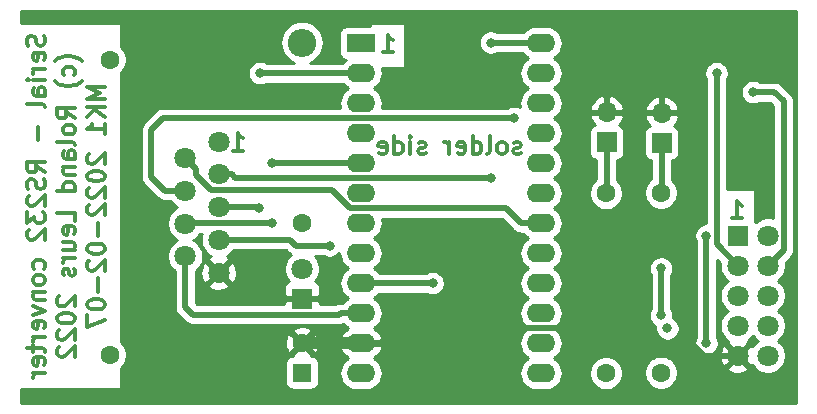
<source format=gbr>
G04 #@! TF.GenerationSoftware,KiCad,Pcbnew,(5.1.2-1)-1*
G04 #@! TF.CreationDate,2022-02-06T17:07:09+01:00*
G04 #@! TF.ProjectId,RS232interface,52533233-3269-46e7-9465-72666163652e,rev?*
G04 #@! TF.SameCoordinates,Original*
G04 #@! TF.FileFunction,Copper,L2,Bot*
G04 #@! TF.FilePolarity,Positive*
%FSLAX46Y46*%
G04 Gerber Fmt 4.6, Leading zero omitted, Abs format (unit mm)*
G04 Created by KiCad (PCBNEW (5.1.2-1)-1) date 2022-02-06 17:07:09*
%MOMM*%
%LPD*%
G04 APERTURE LIST*
%ADD10C,0.300000*%
%ADD11C,1.600000*%
%ADD12O,2.400000X2.400000*%
%ADD13O,2.400000X1.600000*%
%ADD14R,2.400000X1.600000*%
%ADD15C,1.800000*%
%ADD16O,1.700000X1.700000*%
%ADD17R,1.700000X1.700000*%
%ADD18R,1.800000X1.800000*%
%ADD19R,1.600000X1.600000*%
%ADD20C,0.800000*%
%ADD21C,0.500000*%
%ADD22C,1.000000*%
%ADD23C,0.254000*%
G04 APERTURE END LIST*
D10*
X127321428Y-65428571D02*
X128178571Y-65428571D01*
X127750000Y-65428571D02*
X127750000Y-63928571D01*
X127892857Y-64142857D01*
X128035714Y-64285714D01*
X128178571Y-64357142D01*
X97721428Y-51378571D02*
X98578571Y-51378571D01*
X98150000Y-51378571D02*
X98150000Y-49878571D01*
X98292857Y-50092857D01*
X98435714Y-50235714D01*
X98578571Y-50307142D01*
X85021428Y-59728571D02*
X85878571Y-59728571D01*
X85450000Y-59728571D02*
X85450000Y-58228571D01*
X85592857Y-58442857D01*
X85735714Y-58585714D01*
X85878571Y-58657142D01*
X109435714Y-59907142D02*
X109292857Y-59978571D01*
X109007142Y-59978571D01*
X108864285Y-59907142D01*
X108792857Y-59764285D01*
X108792857Y-59692857D01*
X108864285Y-59550000D01*
X109007142Y-59478571D01*
X109221428Y-59478571D01*
X109364285Y-59407142D01*
X109435714Y-59264285D01*
X109435714Y-59192857D01*
X109364285Y-59050000D01*
X109221428Y-58978571D01*
X109007142Y-58978571D01*
X108864285Y-59050000D01*
X107935714Y-59978571D02*
X108078571Y-59907142D01*
X108150000Y-59835714D01*
X108221428Y-59692857D01*
X108221428Y-59264285D01*
X108150000Y-59121428D01*
X108078571Y-59050000D01*
X107935714Y-58978571D01*
X107721428Y-58978571D01*
X107578571Y-59050000D01*
X107507142Y-59121428D01*
X107435714Y-59264285D01*
X107435714Y-59692857D01*
X107507142Y-59835714D01*
X107578571Y-59907142D01*
X107721428Y-59978571D01*
X107935714Y-59978571D01*
X106578571Y-59978571D02*
X106721428Y-59907142D01*
X106792857Y-59764285D01*
X106792857Y-58478571D01*
X105364285Y-59978571D02*
X105364285Y-58478571D01*
X105364285Y-59907142D02*
X105507142Y-59978571D01*
X105792857Y-59978571D01*
X105935714Y-59907142D01*
X106007142Y-59835714D01*
X106078571Y-59692857D01*
X106078571Y-59264285D01*
X106007142Y-59121428D01*
X105935714Y-59050000D01*
X105792857Y-58978571D01*
X105507142Y-58978571D01*
X105364285Y-59050000D01*
X104078571Y-59907142D02*
X104221428Y-59978571D01*
X104507142Y-59978571D01*
X104650000Y-59907142D01*
X104721428Y-59764285D01*
X104721428Y-59192857D01*
X104650000Y-59050000D01*
X104507142Y-58978571D01*
X104221428Y-58978571D01*
X104078571Y-59050000D01*
X104007142Y-59192857D01*
X104007142Y-59335714D01*
X104721428Y-59478571D01*
X103364285Y-59978571D02*
X103364285Y-58978571D01*
X103364285Y-59264285D02*
X103292857Y-59121428D01*
X103221428Y-59050000D01*
X103078571Y-58978571D01*
X102935714Y-58978571D01*
X101364285Y-59907142D02*
X101221428Y-59978571D01*
X100935714Y-59978571D01*
X100792857Y-59907142D01*
X100721428Y-59764285D01*
X100721428Y-59692857D01*
X100792857Y-59550000D01*
X100935714Y-59478571D01*
X101150000Y-59478571D01*
X101292857Y-59407142D01*
X101364285Y-59264285D01*
X101364285Y-59192857D01*
X101292857Y-59050000D01*
X101150000Y-58978571D01*
X100935714Y-58978571D01*
X100792857Y-59050000D01*
X100078571Y-59978571D02*
X100078571Y-58978571D01*
X100078571Y-58478571D02*
X100150000Y-58550000D01*
X100078571Y-58621428D01*
X100007142Y-58550000D01*
X100078571Y-58478571D01*
X100078571Y-58621428D01*
X98721428Y-59978571D02*
X98721428Y-58478571D01*
X98721428Y-59907142D02*
X98864285Y-59978571D01*
X99150000Y-59978571D01*
X99292857Y-59907142D01*
X99364285Y-59835714D01*
X99435714Y-59692857D01*
X99435714Y-59264285D01*
X99364285Y-59121428D01*
X99292857Y-59050000D01*
X99150000Y-58978571D01*
X98864285Y-58978571D01*
X98721428Y-59050000D01*
X97435714Y-59907142D02*
X97578571Y-59978571D01*
X97864285Y-59978571D01*
X98007142Y-59907142D01*
X98078571Y-59764285D01*
X98078571Y-59192857D01*
X98007142Y-59050000D01*
X97864285Y-58978571D01*
X97578571Y-58978571D01*
X97435714Y-59050000D01*
X97364285Y-59192857D01*
X97364285Y-59335714D01*
X98078571Y-59478571D01*
X69057142Y-49971428D02*
X69128571Y-50185714D01*
X69128571Y-50542857D01*
X69057142Y-50685714D01*
X68985714Y-50757142D01*
X68842857Y-50828571D01*
X68700000Y-50828571D01*
X68557142Y-50757142D01*
X68485714Y-50685714D01*
X68414285Y-50542857D01*
X68342857Y-50257142D01*
X68271428Y-50114285D01*
X68200000Y-50042857D01*
X68057142Y-49971428D01*
X67914285Y-49971428D01*
X67771428Y-50042857D01*
X67700000Y-50114285D01*
X67628571Y-50257142D01*
X67628571Y-50614285D01*
X67700000Y-50828571D01*
X69057142Y-52042857D02*
X69128571Y-51900000D01*
X69128571Y-51614285D01*
X69057142Y-51471428D01*
X68914285Y-51400000D01*
X68342857Y-51400000D01*
X68200000Y-51471428D01*
X68128571Y-51614285D01*
X68128571Y-51900000D01*
X68200000Y-52042857D01*
X68342857Y-52114285D01*
X68485714Y-52114285D01*
X68628571Y-51400000D01*
X69128571Y-52757142D02*
X68128571Y-52757142D01*
X68414285Y-52757142D02*
X68271428Y-52828571D01*
X68200000Y-52900000D01*
X68128571Y-53042857D01*
X68128571Y-53185714D01*
X69128571Y-53685714D02*
X68128571Y-53685714D01*
X67628571Y-53685714D02*
X67700000Y-53614285D01*
X67771428Y-53685714D01*
X67700000Y-53757142D01*
X67628571Y-53685714D01*
X67771428Y-53685714D01*
X69128571Y-55042857D02*
X68342857Y-55042857D01*
X68200000Y-54971428D01*
X68128571Y-54828571D01*
X68128571Y-54542857D01*
X68200000Y-54400000D01*
X69057142Y-55042857D02*
X69128571Y-54900000D01*
X69128571Y-54542857D01*
X69057142Y-54400000D01*
X68914285Y-54328571D01*
X68771428Y-54328571D01*
X68628571Y-54400000D01*
X68557142Y-54542857D01*
X68557142Y-54900000D01*
X68485714Y-55042857D01*
X69128571Y-55971428D02*
X69057142Y-55828571D01*
X68914285Y-55757142D01*
X67628571Y-55757142D01*
X68557142Y-57685714D02*
X68557142Y-58828571D01*
X69128571Y-61542857D02*
X68414285Y-61042857D01*
X69128571Y-60685714D02*
X67628571Y-60685714D01*
X67628571Y-61257142D01*
X67700000Y-61400000D01*
X67771428Y-61471428D01*
X67914285Y-61542857D01*
X68128571Y-61542857D01*
X68271428Y-61471428D01*
X68342857Y-61400000D01*
X68414285Y-61257142D01*
X68414285Y-60685714D01*
X69057142Y-62114285D02*
X69128571Y-62328571D01*
X69128571Y-62685714D01*
X69057142Y-62828571D01*
X68985714Y-62900000D01*
X68842857Y-62971428D01*
X68700000Y-62971428D01*
X68557142Y-62900000D01*
X68485714Y-62828571D01*
X68414285Y-62685714D01*
X68342857Y-62400000D01*
X68271428Y-62257142D01*
X68200000Y-62185714D01*
X68057142Y-62114285D01*
X67914285Y-62114285D01*
X67771428Y-62185714D01*
X67700000Y-62257142D01*
X67628571Y-62400000D01*
X67628571Y-62757142D01*
X67700000Y-62971428D01*
X67771428Y-63542857D02*
X67700000Y-63614285D01*
X67628571Y-63757142D01*
X67628571Y-64114285D01*
X67700000Y-64257142D01*
X67771428Y-64328571D01*
X67914285Y-64400000D01*
X68057142Y-64400000D01*
X68271428Y-64328571D01*
X69128571Y-63471428D01*
X69128571Y-64400000D01*
X67628571Y-64900000D02*
X67628571Y-65828571D01*
X68200000Y-65328571D01*
X68200000Y-65542857D01*
X68271428Y-65685714D01*
X68342857Y-65757142D01*
X68485714Y-65828571D01*
X68842857Y-65828571D01*
X68985714Y-65757142D01*
X69057142Y-65685714D01*
X69128571Y-65542857D01*
X69128571Y-65114285D01*
X69057142Y-64971428D01*
X68985714Y-64900000D01*
X67771428Y-66399999D02*
X67700000Y-66471428D01*
X67628571Y-66614285D01*
X67628571Y-66971428D01*
X67700000Y-67114285D01*
X67771428Y-67185714D01*
X67914285Y-67257142D01*
X68057142Y-67257142D01*
X68271428Y-67185714D01*
X69128571Y-66328571D01*
X69128571Y-67257142D01*
X69057142Y-69685714D02*
X69128571Y-69542857D01*
X69128571Y-69257142D01*
X69057142Y-69114285D01*
X68985714Y-69042857D01*
X68842857Y-68971428D01*
X68414285Y-68971428D01*
X68271428Y-69042857D01*
X68200000Y-69114285D01*
X68128571Y-69257142D01*
X68128571Y-69542857D01*
X68200000Y-69685714D01*
X69128571Y-70542857D02*
X69057142Y-70400000D01*
X68985714Y-70328571D01*
X68842857Y-70257142D01*
X68414285Y-70257142D01*
X68271428Y-70328571D01*
X68200000Y-70400000D01*
X68128571Y-70542857D01*
X68128571Y-70757142D01*
X68200000Y-70900000D01*
X68271428Y-70971428D01*
X68414285Y-71042857D01*
X68842857Y-71042857D01*
X68985714Y-70971428D01*
X69057142Y-70900000D01*
X69128571Y-70757142D01*
X69128571Y-70542857D01*
X68128571Y-71685714D02*
X69128571Y-71685714D01*
X68271428Y-71685714D02*
X68200000Y-71757142D01*
X68128571Y-71900000D01*
X68128571Y-72114285D01*
X68200000Y-72257142D01*
X68342857Y-72328571D01*
X69128571Y-72328571D01*
X68128571Y-72900000D02*
X69128571Y-73257142D01*
X68128571Y-73614285D01*
X69057142Y-74757142D02*
X69128571Y-74614285D01*
X69128571Y-74328571D01*
X69057142Y-74185714D01*
X68914285Y-74114285D01*
X68342857Y-74114285D01*
X68200000Y-74185714D01*
X68128571Y-74328571D01*
X68128571Y-74614285D01*
X68200000Y-74757142D01*
X68342857Y-74828571D01*
X68485714Y-74828571D01*
X68628571Y-74114285D01*
X69128571Y-75471428D02*
X68128571Y-75471428D01*
X68414285Y-75471428D02*
X68271428Y-75542857D01*
X68200000Y-75614285D01*
X68128571Y-75757142D01*
X68128571Y-75900000D01*
X68128571Y-76185714D02*
X68128571Y-76757142D01*
X67628571Y-76400000D02*
X68914285Y-76400000D01*
X69057142Y-76471428D01*
X69128571Y-76614285D01*
X69128571Y-76757142D01*
X69057142Y-77828571D02*
X69128571Y-77685714D01*
X69128571Y-77400000D01*
X69057142Y-77257142D01*
X68914285Y-77185714D01*
X68342857Y-77185714D01*
X68200000Y-77257142D01*
X68128571Y-77400000D01*
X68128571Y-77685714D01*
X68200000Y-77828571D01*
X68342857Y-77900000D01*
X68485714Y-77900000D01*
X68628571Y-77185714D01*
X69128571Y-78542857D02*
X68128571Y-78542857D01*
X68414285Y-78542857D02*
X68271428Y-78614285D01*
X68200000Y-78685714D01*
X68128571Y-78828571D01*
X68128571Y-78971428D01*
X72250000Y-52114285D02*
X72178571Y-52042857D01*
X71964285Y-51900000D01*
X71821428Y-51828571D01*
X71607142Y-51757142D01*
X71250000Y-51685714D01*
X70964285Y-51685714D01*
X70607142Y-51757142D01*
X70392857Y-51828571D01*
X70250000Y-51900000D01*
X70035714Y-52042857D01*
X69964285Y-52114285D01*
X71607142Y-53328571D02*
X71678571Y-53185714D01*
X71678571Y-52900000D01*
X71607142Y-52757142D01*
X71535714Y-52685714D01*
X71392857Y-52614285D01*
X70964285Y-52614285D01*
X70821428Y-52685714D01*
X70750000Y-52757142D01*
X70678571Y-52900000D01*
X70678571Y-53185714D01*
X70750000Y-53328571D01*
X72250000Y-53828571D02*
X72178571Y-53900000D01*
X71964285Y-54042857D01*
X71821428Y-54114285D01*
X71607142Y-54185714D01*
X71250000Y-54257142D01*
X70964285Y-54257142D01*
X70607142Y-54185714D01*
X70392857Y-54114285D01*
X70250000Y-54042857D01*
X70035714Y-53900000D01*
X69964285Y-53828571D01*
X71678571Y-56971428D02*
X70964285Y-56471428D01*
X71678571Y-56114285D02*
X70178571Y-56114285D01*
X70178571Y-56685714D01*
X70250000Y-56828571D01*
X70321428Y-56900000D01*
X70464285Y-56971428D01*
X70678571Y-56971428D01*
X70821428Y-56900000D01*
X70892857Y-56828571D01*
X70964285Y-56685714D01*
X70964285Y-56114285D01*
X71678571Y-57828571D02*
X71607142Y-57685714D01*
X71535714Y-57614285D01*
X71392857Y-57542857D01*
X70964285Y-57542857D01*
X70821428Y-57614285D01*
X70750000Y-57685714D01*
X70678571Y-57828571D01*
X70678571Y-58042857D01*
X70750000Y-58185714D01*
X70821428Y-58257142D01*
X70964285Y-58328571D01*
X71392857Y-58328571D01*
X71535714Y-58257142D01*
X71607142Y-58185714D01*
X71678571Y-58042857D01*
X71678571Y-57828571D01*
X71678571Y-59185714D02*
X71607142Y-59042857D01*
X71464285Y-58971428D01*
X70178571Y-58971428D01*
X71678571Y-60400000D02*
X70892857Y-60400000D01*
X70750000Y-60328571D01*
X70678571Y-60185714D01*
X70678571Y-59900000D01*
X70750000Y-59757142D01*
X71607142Y-60400000D02*
X71678571Y-60257142D01*
X71678571Y-59900000D01*
X71607142Y-59757142D01*
X71464285Y-59685714D01*
X71321428Y-59685714D01*
X71178571Y-59757142D01*
X71107142Y-59900000D01*
X71107142Y-60257142D01*
X71035714Y-60400000D01*
X70678571Y-61114285D02*
X71678571Y-61114285D01*
X70821428Y-61114285D02*
X70750000Y-61185714D01*
X70678571Y-61328571D01*
X70678571Y-61542857D01*
X70750000Y-61685714D01*
X70892857Y-61757142D01*
X71678571Y-61757142D01*
X71678571Y-63114285D02*
X70178571Y-63114285D01*
X71607142Y-63114285D02*
X71678571Y-62971428D01*
X71678571Y-62685714D01*
X71607142Y-62542857D01*
X71535714Y-62471428D01*
X71392857Y-62400000D01*
X70964285Y-62400000D01*
X70821428Y-62471428D01*
X70750000Y-62542857D01*
X70678571Y-62685714D01*
X70678571Y-62971428D01*
X70750000Y-63114285D01*
X71678571Y-65685714D02*
X71678571Y-64971428D01*
X70178571Y-64971428D01*
X71607142Y-66757142D02*
X71678571Y-66614285D01*
X71678571Y-66328571D01*
X71607142Y-66185714D01*
X71464285Y-66114285D01*
X70892857Y-66114285D01*
X70750000Y-66185714D01*
X70678571Y-66328571D01*
X70678571Y-66614285D01*
X70750000Y-66757142D01*
X70892857Y-66828571D01*
X71035714Y-66828571D01*
X71178571Y-66114285D01*
X70678571Y-68114285D02*
X71678571Y-68114285D01*
X70678571Y-67471428D02*
X71464285Y-67471428D01*
X71607142Y-67542857D01*
X71678571Y-67685714D01*
X71678571Y-67900000D01*
X71607142Y-68042857D01*
X71535714Y-68114285D01*
X71678571Y-68828571D02*
X70678571Y-68828571D01*
X70964285Y-68828571D02*
X70821428Y-68900000D01*
X70750000Y-68971428D01*
X70678571Y-69114285D01*
X70678571Y-69257142D01*
X71607142Y-69685714D02*
X71678571Y-69828571D01*
X71678571Y-70114285D01*
X71607142Y-70257142D01*
X71464285Y-70328571D01*
X71392857Y-70328571D01*
X71250000Y-70257142D01*
X71178571Y-70114285D01*
X71178571Y-69900000D01*
X71107142Y-69757142D01*
X70964285Y-69685714D01*
X70892857Y-69685714D01*
X70750000Y-69757142D01*
X70678571Y-69900000D01*
X70678571Y-70114285D01*
X70750000Y-70257142D01*
X70321428Y-72042857D02*
X70250000Y-72114285D01*
X70178571Y-72257142D01*
X70178571Y-72614285D01*
X70250000Y-72757142D01*
X70321428Y-72828571D01*
X70464285Y-72900000D01*
X70607142Y-72900000D01*
X70821428Y-72828571D01*
X71678571Y-71971428D01*
X71678571Y-72900000D01*
X70178571Y-73828571D02*
X70178571Y-73971428D01*
X70250000Y-74114285D01*
X70321428Y-74185714D01*
X70464285Y-74257142D01*
X70750000Y-74328571D01*
X71107142Y-74328571D01*
X71392857Y-74257142D01*
X71535714Y-74185714D01*
X71607142Y-74114285D01*
X71678571Y-73971428D01*
X71678571Y-73828571D01*
X71607142Y-73685714D01*
X71535714Y-73614285D01*
X71392857Y-73542857D01*
X71107142Y-73471428D01*
X70750000Y-73471428D01*
X70464285Y-73542857D01*
X70321428Y-73614285D01*
X70250000Y-73685714D01*
X70178571Y-73828571D01*
X70321428Y-74900000D02*
X70250000Y-74971428D01*
X70178571Y-75114285D01*
X70178571Y-75471428D01*
X70250000Y-75614285D01*
X70321428Y-75685714D01*
X70464285Y-75757142D01*
X70607142Y-75757142D01*
X70821428Y-75685714D01*
X71678571Y-74828571D01*
X71678571Y-75757142D01*
X70321428Y-76328571D02*
X70250000Y-76400000D01*
X70178571Y-76542857D01*
X70178571Y-76900000D01*
X70250000Y-77042857D01*
X70321428Y-77114285D01*
X70464285Y-77185714D01*
X70607142Y-77185714D01*
X70821428Y-77114285D01*
X71678571Y-76257142D01*
X71678571Y-77185714D01*
X74228571Y-54292857D02*
X72728571Y-54292857D01*
X73800000Y-54792857D01*
X72728571Y-55292857D01*
X74228571Y-55292857D01*
X74228571Y-56007142D02*
X72728571Y-56007142D01*
X74228571Y-56864285D02*
X73371428Y-56221428D01*
X72728571Y-56864285D02*
X73585714Y-56007142D01*
X74228571Y-58292857D02*
X74228571Y-57435714D01*
X74228571Y-57864285D02*
X72728571Y-57864285D01*
X72942857Y-57721428D01*
X73085714Y-57578571D01*
X73157142Y-57435714D01*
X72871428Y-60007142D02*
X72800000Y-60078571D01*
X72728571Y-60221428D01*
X72728571Y-60578571D01*
X72800000Y-60721428D01*
X72871428Y-60792857D01*
X73014285Y-60864285D01*
X73157142Y-60864285D01*
X73371428Y-60792857D01*
X74228571Y-59935714D01*
X74228571Y-60864285D01*
X72728571Y-61792857D02*
X72728571Y-61935714D01*
X72800000Y-62078571D01*
X72871428Y-62150000D01*
X73014285Y-62221428D01*
X73300000Y-62292857D01*
X73657142Y-62292857D01*
X73942857Y-62221428D01*
X74085714Y-62150000D01*
X74157142Y-62078571D01*
X74228571Y-61935714D01*
X74228571Y-61792857D01*
X74157142Y-61650000D01*
X74085714Y-61578571D01*
X73942857Y-61507142D01*
X73657142Y-61435714D01*
X73300000Y-61435714D01*
X73014285Y-61507142D01*
X72871428Y-61578571D01*
X72800000Y-61650000D01*
X72728571Y-61792857D01*
X72871428Y-62864285D02*
X72800000Y-62935714D01*
X72728571Y-63078571D01*
X72728571Y-63435714D01*
X72800000Y-63578571D01*
X72871428Y-63650000D01*
X73014285Y-63721428D01*
X73157142Y-63721428D01*
X73371428Y-63650000D01*
X74228571Y-62792857D01*
X74228571Y-63721428D01*
X72871428Y-64292857D02*
X72800000Y-64364285D01*
X72728571Y-64507142D01*
X72728571Y-64864285D01*
X72800000Y-65007142D01*
X72871428Y-65078571D01*
X73014285Y-65150000D01*
X73157142Y-65150000D01*
X73371428Y-65078571D01*
X74228571Y-64221428D01*
X74228571Y-65150000D01*
X73657142Y-65792857D02*
X73657142Y-66935714D01*
X72728571Y-67935714D02*
X72728571Y-68078571D01*
X72800000Y-68221428D01*
X72871428Y-68292857D01*
X73014285Y-68364285D01*
X73300000Y-68435714D01*
X73657142Y-68435714D01*
X73942857Y-68364285D01*
X74085714Y-68292857D01*
X74157142Y-68221428D01*
X74228571Y-68078571D01*
X74228571Y-67935714D01*
X74157142Y-67792857D01*
X74085714Y-67721428D01*
X73942857Y-67650000D01*
X73657142Y-67578571D01*
X73300000Y-67578571D01*
X73014285Y-67650000D01*
X72871428Y-67721428D01*
X72800000Y-67792857D01*
X72728571Y-67935714D01*
X72871428Y-69007142D02*
X72800000Y-69078571D01*
X72728571Y-69221428D01*
X72728571Y-69578571D01*
X72800000Y-69721428D01*
X72871428Y-69792857D01*
X73014285Y-69864285D01*
X73157142Y-69864285D01*
X73371428Y-69792857D01*
X74228571Y-68935714D01*
X74228571Y-69864285D01*
X73657142Y-70507142D02*
X73657142Y-71650000D01*
X72728571Y-72650000D02*
X72728571Y-72792857D01*
X72800000Y-72935714D01*
X72871428Y-73007142D01*
X73014285Y-73078571D01*
X73300000Y-73150000D01*
X73657142Y-73150000D01*
X73942857Y-73078571D01*
X74085714Y-73007142D01*
X74157142Y-72935714D01*
X74228571Y-72792857D01*
X74228571Y-72650000D01*
X74157142Y-72507142D01*
X74085714Y-72435714D01*
X73942857Y-72364285D01*
X73657142Y-72292857D01*
X73300000Y-72292857D01*
X73014285Y-72364285D01*
X72871428Y-72435714D01*
X72800000Y-72507142D01*
X72728571Y-72650000D01*
X72728571Y-73650000D02*
X72728571Y-74650000D01*
X74228571Y-74007142D01*
D11*
X121300000Y-63260000D03*
X121300000Y-78500000D03*
X116650000Y-63310000D03*
X116650000Y-78550000D03*
X90900000Y-65790000D03*
D12*
X90900000Y-50550000D03*
D13*
X111140000Y-50600000D03*
X95900000Y-78540000D03*
X111140000Y-53140000D03*
X95900000Y-76000000D03*
X111140000Y-55680000D03*
X95900000Y-73460000D03*
X111140000Y-58220000D03*
X95900000Y-70920000D03*
X111140000Y-60760000D03*
X95900000Y-68380000D03*
X111140000Y-63300000D03*
X95900000Y-65840000D03*
X111140000Y-65840000D03*
X95900000Y-63300000D03*
X111140000Y-68380000D03*
X95900000Y-60760000D03*
X111140000Y-70920000D03*
X95900000Y-58220000D03*
X111140000Y-73460000D03*
X95900000Y-55680000D03*
X111140000Y-76000000D03*
X95900000Y-53140000D03*
X111140000Y-78540000D03*
D14*
X95900000Y-50600000D03*
D11*
X74650000Y-76990000D03*
X74650000Y-51990000D03*
D15*
X81010000Y-68645000D03*
X81010000Y-65875000D03*
X81010000Y-63105000D03*
X81010000Y-60335000D03*
X83850000Y-70030000D03*
X83850000Y-67260000D03*
X83850000Y-64490000D03*
X83850000Y-61720000D03*
X83850000Y-58950000D03*
D16*
X121350000Y-56510000D03*
D17*
X121350000Y-59050000D03*
D16*
X116700000Y-56460000D03*
D17*
X116700000Y-59000000D03*
D15*
X130340000Y-77060000D03*
X127800000Y-77060000D03*
X130340000Y-74520000D03*
X127800000Y-74520000D03*
X130340000Y-71980000D03*
X127800000Y-71980000D03*
X130340000Y-69440000D03*
X127800000Y-69440000D03*
X130340000Y-66900000D03*
D18*
X127800000Y-66900000D03*
D15*
X90900000Y-69710000D03*
D18*
X90900000Y-72250000D03*
D11*
X90900000Y-76000000D03*
D19*
X90900000Y-78500000D03*
D20*
X106900000Y-62000000D03*
X106900000Y-50550000D03*
X126000000Y-53150000D03*
X129100000Y-54750000D03*
X101970000Y-70920000D03*
X121850000Y-74750000D03*
X108850000Y-56950000D03*
X121300000Y-73650000D03*
X121319990Y-69669990D03*
X88400000Y-60750000D03*
X88400000Y-65850000D03*
X93250000Y-67750000D03*
X125150000Y-76000000D03*
X125150000Y-66900000D03*
X87300000Y-64550000D03*
X87350000Y-53150000D03*
D21*
X124951998Y-77060000D02*
X123700000Y-75808002D01*
X127800000Y-77060000D02*
X124951998Y-77060000D01*
X123610000Y-56510000D02*
X121350000Y-56510000D01*
X123700000Y-56600000D02*
X123610000Y-56510000D01*
X114650010Y-74749990D02*
X123700000Y-65700000D01*
X98850010Y-74749990D02*
X114650010Y-74749990D01*
X97600000Y-76000000D02*
X98850010Y-74749990D01*
X95900000Y-76000000D02*
X97600000Y-76000000D01*
X123700000Y-65700000D02*
X123700000Y-56600000D01*
X123700000Y-75808002D02*
X123700000Y-65700000D01*
D22*
X90900000Y-76000000D02*
X95900000Y-76000000D01*
D21*
X85271380Y-62010010D02*
X106889990Y-62010010D01*
X84981370Y-61720000D02*
X85271380Y-62010010D01*
X106889990Y-62010010D02*
X106900000Y-62000000D01*
X83850000Y-61720000D02*
X84981370Y-61720000D01*
X111090000Y-50550000D02*
X111140000Y-50600000D01*
X106900000Y-50550000D02*
X111090000Y-50550000D01*
X126000000Y-67640000D02*
X127800000Y-69440000D01*
X126000000Y-53150000D02*
X126000000Y-67640000D01*
X131690001Y-68089999D02*
X131690001Y-55540001D01*
X130340000Y-69440000D02*
X131690001Y-68089999D01*
X130900000Y-54750000D02*
X129100000Y-54750000D01*
X131690001Y-55540001D02*
X130900000Y-54750000D01*
X81650001Y-73600001D02*
X81010000Y-72960000D01*
X94059999Y-73600001D02*
X81650001Y-73600001D01*
X94200000Y-73460000D02*
X94059999Y-73600001D01*
X81010000Y-72960000D02*
X81010000Y-68645000D01*
X95900000Y-73460000D02*
X94200000Y-73460000D01*
X121350000Y-63210000D02*
X121300000Y-63260000D01*
X121350000Y-59050000D02*
X121350000Y-63210000D01*
X95900000Y-70920000D02*
X101970000Y-70920000D01*
X116700000Y-63260000D02*
X116650000Y-63310000D01*
X116700000Y-59000000D02*
X116700000Y-63260000D01*
X79878630Y-63105000D02*
X79873630Y-63100000D01*
X81010000Y-63105000D02*
X79878630Y-63105000D01*
X79873630Y-63100000D02*
X79300000Y-63100000D01*
X79300000Y-63100000D02*
X78150000Y-61950000D01*
X78150000Y-61950000D02*
X78150000Y-57950000D01*
X79150000Y-56950000D02*
X108850000Y-56950000D01*
X78150000Y-57950000D02*
X79150000Y-56950000D01*
X121300000Y-69689980D02*
X121319990Y-69669990D01*
X121300000Y-73650000D02*
X121300000Y-69689980D01*
X109440000Y-65840000D02*
X111140000Y-65840000D01*
X108189990Y-64589990D02*
X109440000Y-65840000D01*
X94982229Y-64589990D02*
X108189990Y-64589990D01*
X81909999Y-61234999D02*
X81010000Y-60335000D01*
X81909999Y-61778001D02*
X81909999Y-61234999D01*
X93462240Y-63070001D02*
X83201999Y-63070001D01*
X83201999Y-63070001D02*
X81909999Y-61778001D01*
X94982229Y-64589990D02*
X93462240Y-63070001D01*
X88410000Y-60760000D02*
X88400000Y-60750000D01*
X95900000Y-60760000D02*
X88410000Y-60760000D01*
X81035000Y-65850000D02*
X81010000Y-65875000D01*
X88400000Y-65850000D02*
X81035000Y-65850000D01*
X90417998Y-67750000D02*
X93250000Y-67750000D01*
X89927998Y-67260000D02*
X90417998Y-67750000D01*
X83850000Y-67260000D02*
X89927998Y-67260000D01*
X125150000Y-76000000D02*
X125150000Y-66900000D01*
X87240000Y-64490000D02*
X87300000Y-64550000D01*
X83850000Y-64490000D02*
X87240000Y-64490000D01*
X95890000Y-53150000D02*
X95900000Y-53140000D01*
X87350000Y-53150000D02*
X95890000Y-53150000D01*
X111030000Y-78650000D02*
X111140000Y-78540000D01*
D23*
G36*
X132740001Y-81040000D02*
G01*
X67110000Y-81040000D01*
X67110000Y-79899285D01*
X75580000Y-79899285D01*
X75580000Y-78089396D01*
X75764637Y-77904759D01*
X75901452Y-77700000D01*
X89461928Y-77700000D01*
X89461928Y-79300000D01*
X89474188Y-79424482D01*
X89510498Y-79544180D01*
X89569463Y-79654494D01*
X89648815Y-79751185D01*
X89745506Y-79830537D01*
X89855820Y-79889502D01*
X89975518Y-79925812D01*
X90100000Y-79938072D01*
X91700000Y-79938072D01*
X91824482Y-79925812D01*
X91944180Y-79889502D01*
X92054494Y-79830537D01*
X92151185Y-79751185D01*
X92230537Y-79654494D01*
X92289502Y-79544180D01*
X92325812Y-79424482D01*
X92338072Y-79300000D01*
X92338072Y-78540000D01*
X94058057Y-78540000D01*
X94085764Y-78821309D01*
X94167818Y-79091808D01*
X94301068Y-79341101D01*
X94480392Y-79559608D01*
X94698899Y-79738932D01*
X94948192Y-79872182D01*
X95218691Y-79954236D01*
X95429508Y-79975000D01*
X96370492Y-79975000D01*
X96581309Y-79954236D01*
X96851808Y-79872182D01*
X97101101Y-79738932D01*
X97319608Y-79559608D01*
X97498932Y-79341101D01*
X97632182Y-79091808D01*
X97714236Y-78821309D01*
X97741943Y-78540000D01*
X97714236Y-78258691D01*
X97632182Y-77988192D01*
X97498932Y-77738899D01*
X97319608Y-77520392D01*
X97101101Y-77341068D01*
X96973259Y-77272735D01*
X97202839Y-77122601D01*
X97404500Y-76924895D01*
X97563715Y-76691646D01*
X97674367Y-76431818D01*
X97691904Y-76349039D01*
X97569915Y-76127000D01*
X96027000Y-76127000D01*
X96027000Y-76147000D01*
X95773000Y-76147000D01*
X95773000Y-76127000D01*
X94230085Y-76127000D01*
X94108096Y-76349039D01*
X94125633Y-76431818D01*
X94236285Y-76691646D01*
X94395500Y-76924895D01*
X94597161Y-77122601D01*
X94826741Y-77272735D01*
X94698899Y-77341068D01*
X94480392Y-77520392D01*
X94301068Y-77738899D01*
X94167818Y-77988192D01*
X94085764Y-78258691D01*
X94058057Y-78540000D01*
X92338072Y-78540000D01*
X92338072Y-77700000D01*
X92325812Y-77575518D01*
X92289502Y-77455820D01*
X92230537Y-77345506D01*
X92151185Y-77248815D01*
X92054494Y-77169463D01*
X91944180Y-77110498D01*
X91824482Y-77074188D01*
X91700000Y-77061928D01*
X91692785Y-77061928D01*
X91713097Y-76992702D01*
X90900000Y-76179605D01*
X90086903Y-76992702D01*
X90107215Y-77061928D01*
X90100000Y-77061928D01*
X89975518Y-77074188D01*
X89855820Y-77110498D01*
X89745506Y-77169463D01*
X89648815Y-77248815D01*
X89569463Y-77345506D01*
X89510498Y-77455820D01*
X89474188Y-77575518D01*
X89461928Y-77700000D01*
X75901452Y-77700000D01*
X75921680Y-77669727D01*
X76029853Y-77408574D01*
X76085000Y-77131335D01*
X76085000Y-76848665D01*
X76029853Y-76571426D01*
X75921680Y-76310273D01*
X75764637Y-76075241D01*
X75759908Y-76070512D01*
X89459783Y-76070512D01*
X89501213Y-76350130D01*
X89596397Y-76616292D01*
X89663329Y-76741514D01*
X89907298Y-76813097D01*
X90720395Y-76000000D01*
X91079605Y-76000000D01*
X91892702Y-76813097D01*
X92136671Y-76741514D01*
X92257571Y-76486004D01*
X92326300Y-76211816D01*
X92340217Y-75929488D01*
X92298787Y-75649870D01*
X92203603Y-75383708D01*
X92136671Y-75258486D01*
X91892702Y-75186903D01*
X91079605Y-76000000D01*
X90720395Y-76000000D01*
X89907298Y-75186903D01*
X89663329Y-75258486D01*
X89542429Y-75513996D01*
X89473700Y-75788184D01*
X89459783Y-76070512D01*
X75759908Y-76070512D01*
X75580000Y-75890604D01*
X75580000Y-75007298D01*
X90086903Y-75007298D01*
X90900000Y-75820395D01*
X91713097Y-75007298D01*
X91641514Y-74763329D01*
X91386004Y-74642429D01*
X91111816Y-74573700D01*
X90829488Y-74559783D01*
X90549870Y-74601213D01*
X90283708Y-74696397D01*
X90158486Y-74763329D01*
X90086903Y-75007298D01*
X75580000Y-75007298D01*
X75580000Y-57950000D01*
X77260719Y-57950000D01*
X77265001Y-57993479D01*
X77265000Y-61906531D01*
X77260719Y-61950000D01*
X77265000Y-61993469D01*
X77265000Y-61993476D01*
X77269417Y-62038320D01*
X77277805Y-62123490D01*
X77292973Y-62173490D01*
X77328411Y-62290312D01*
X77410589Y-62444058D01*
X77521183Y-62578817D01*
X77554956Y-62606534D01*
X78643470Y-63695049D01*
X78671183Y-63728817D01*
X78704951Y-63756530D01*
X78704953Y-63756532D01*
X78805941Y-63839411D01*
X78959686Y-63921589D01*
X79027618Y-63942196D01*
X79126510Y-63972195D01*
X79256523Y-63985000D01*
X79256531Y-63985000D01*
X79300000Y-63989281D01*
X79343469Y-63985000D01*
X79751869Y-63985000D01*
X79817688Y-64083505D01*
X80031495Y-64297312D01*
X80282905Y-64465299D01*
X80342538Y-64490000D01*
X80282905Y-64514701D01*
X80031495Y-64682688D01*
X79817688Y-64896495D01*
X79649701Y-65147905D01*
X79533989Y-65427257D01*
X79475000Y-65723816D01*
X79475000Y-66026184D01*
X79533989Y-66322743D01*
X79649701Y-66602095D01*
X79817688Y-66853505D01*
X80031495Y-67067312D01*
X80282905Y-67235299D01*
X80342538Y-67260000D01*
X80282905Y-67284701D01*
X80031495Y-67452688D01*
X79817688Y-67666495D01*
X79649701Y-67917905D01*
X79533989Y-68197257D01*
X79475000Y-68493816D01*
X79475000Y-68796184D01*
X79533989Y-69092743D01*
X79649701Y-69372095D01*
X79817688Y-69623505D01*
X80031495Y-69837312D01*
X80125001Y-69899791D01*
X80125000Y-72916531D01*
X80120719Y-72960000D01*
X80125000Y-73003469D01*
X80125000Y-73003476D01*
X80135092Y-73105941D01*
X80137805Y-73133490D01*
X80145756Y-73159701D01*
X80188411Y-73300312D01*
X80270589Y-73454058D01*
X80381183Y-73588817D01*
X80414956Y-73616534D01*
X80993471Y-74195050D01*
X81021184Y-74228818D01*
X81054952Y-74256531D01*
X81054954Y-74256533D01*
X81082107Y-74278817D01*
X81155942Y-74339412D01*
X81309688Y-74421590D01*
X81476511Y-74472196D01*
X81606524Y-74485001D01*
X81606534Y-74485001D01*
X81650000Y-74489282D01*
X81693466Y-74485001D01*
X94016530Y-74485001D01*
X94059999Y-74489282D01*
X94103468Y-74485001D01*
X94103476Y-74485001D01*
X94233489Y-74472196D01*
X94400312Y-74421590D01*
X94422879Y-74409528D01*
X94480392Y-74479608D01*
X94698899Y-74658932D01*
X94826741Y-74727265D01*
X94597161Y-74877399D01*
X94395500Y-75075105D01*
X94236285Y-75308354D01*
X94125633Y-75568182D01*
X94108096Y-75650961D01*
X94230085Y-75873000D01*
X95773000Y-75873000D01*
X95773000Y-75853000D01*
X96027000Y-75853000D01*
X96027000Y-75873000D01*
X97569915Y-75873000D01*
X97691904Y-75650961D01*
X97674367Y-75568182D01*
X97563715Y-75308354D01*
X97404500Y-75075105D01*
X97202839Y-74877399D01*
X96973259Y-74727265D01*
X97101101Y-74658932D01*
X97319608Y-74479608D01*
X97498932Y-74261101D01*
X97632182Y-74011808D01*
X97714236Y-73741309D01*
X97741943Y-73460000D01*
X97714236Y-73178691D01*
X97632182Y-72908192D01*
X97498932Y-72658899D01*
X97319608Y-72440392D01*
X97101101Y-72261068D01*
X96968142Y-72190000D01*
X97101101Y-72118932D01*
X97319608Y-71939608D01*
X97430078Y-71805000D01*
X101431546Y-71805000D01*
X101479744Y-71837205D01*
X101668102Y-71915226D01*
X101868061Y-71955000D01*
X102071939Y-71955000D01*
X102271898Y-71915226D01*
X102460256Y-71837205D01*
X102629774Y-71723937D01*
X102773937Y-71579774D01*
X102887205Y-71410256D01*
X102965226Y-71221898D01*
X103005000Y-71021939D01*
X103005000Y-70818061D01*
X102965226Y-70618102D01*
X102887205Y-70429744D01*
X102773937Y-70260226D01*
X102629774Y-70116063D01*
X102460256Y-70002795D01*
X102271898Y-69924774D01*
X102071939Y-69885000D01*
X101868061Y-69885000D01*
X101668102Y-69924774D01*
X101479744Y-70002795D01*
X101431546Y-70035000D01*
X97430078Y-70035000D01*
X97319608Y-69900392D01*
X97101101Y-69721068D01*
X96968142Y-69650000D01*
X97101101Y-69578932D01*
X97319608Y-69399608D01*
X97498932Y-69181101D01*
X97632182Y-68931808D01*
X97714236Y-68661309D01*
X97741943Y-68380000D01*
X97714236Y-68098691D01*
X97632182Y-67828192D01*
X97498932Y-67578899D01*
X97319608Y-67360392D01*
X97101101Y-67181068D01*
X96968142Y-67110000D01*
X97101101Y-67038932D01*
X97319608Y-66859608D01*
X97498932Y-66641101D01*
X97632182Y-66391808D01*
X97714236Y-66121309D01*
X97741943Y-65840000D01*
X97714236Y-65558691D01*
X97688846Y-65474990D01*
X107823412Y-65474990D01*
X108783470Y-66435049D01*
X108811183Y-66468817D01*
X108844951Y-66496530D01*
X108844953Y-66496532D01*
X108874267Y-66520589D01*
X108945941Y-66579411D01*
X109099687Y-66661589D01*
X109266510Y-66712195D01*
X109396523Y-66725000D01*
X109396533Y-66725000D01*
X109439999Y-66729281D01*
X109483465Y-66725000D01*
X109609922Y-66725000D01*
X109720392Y-66859608D01*
X109938899Y-67038932D01*
X110071858Y-67110000D01*
X109938899Y-67181068D01*
X109720392Y-67360392D01*
X109541068Y-67578899D01*
X109407818Y-67828192D01*
X109325764Y-68098691D01*
X109298057Y-68380000D01*
X109325764Y-68661309D01*
X109407818Y-68931808D01*
X109541068Y-69181101D01*
X109720392Y-69399608D01*
X109938899Y-69578932D01*
X110071858Y-69650000D01*
X109938899Y-69721068D01*
X109720392Y-69900392D01*
X109541068Y-70118899D01*
X109407818Y-70368192D01*
X109325764Y-70638691D01*
X109298057Y-70920000D01*
X109325764Y-71201309D01*
X109407818Y-71471808D01*
X109541068Y-71721101D01*
X109720392Y-71939608D01*
X109938899Y-72118932D01*
X110071858Y-72190000D01*
X109938899Y-72261068D01*
X109720392Y-72440392D01*
X109541068Y-72658899D01*
X109407818Y-72908192D01*
X109325764Y-73178691D01*
X109298057Y-73460000D01*
X109325764Y-73741309D01*
X109407818Y-74011808D01*
X109541068Y-74261101D01*
X109720392Y-74479608D01*
X109938899Y-74658932D01*
X110071858Y-74730000D01*
X109938899Y-74801068D01*
X109720392Y-74980392D01*
X109541068Y-75198899D01*
X109407818Y-75448192D01*
X109325764Y-75718691D01*
X109298057Y-76000000D01*
X109325764Y-76281309D01*
X109407818Y-76551808D01*
X109541068Y-76801101D01*
X109720392Y-77019608D01*
X109938899Y-77198932D01*
X110071858Y-77270000D01*
X109938899Y-77341068D01*
X109720392Y-77520392D01*
X109541068Y-77738899D01*
X109407818Y-77988192D01*
X109325764Y-78258691D01*
X109298057Y-78540000D01*
X109325764Y-78821309D01*
X109407818Y-79091808D01*
X109541068Y-79341101D01*
X109720392Y-79559608D01*
X109938899Y-79738932D01*
X110188192Y-79872182D01*
X110458691Y-79954236D01*
X110669508Y-79975000D01*
X111610492Y-79975000D01*
X111821309Y-79954236D01*
X112091808Y-79872182D01*
X112341101Y-79738932D01*
X112559608Y-79559608D01*
X112738932Y-79341101D01*
X112872182Y-79091808D01*
X112954236Y-78821309D01*
X112981943Y-78540000D01*
X112969008Y-78408665D01*
X115215000Y-78408665D01*
X115215000Y-78691335D01*
X115270147Y-78968574D01*
X115378320Y-79229727D01*
X115535363Y-79464759D01*
X115735241Y-79664637D01*
X115970273Y-79821680D01*
X116231426Y-79929853D01*
X116508665Y-79985000D01*
X116791335Y-79985000D01*
X117068574Y-79929853D01*
X117329727Y-79821680D01*
X117564759Y-79664637D01*
X117764637Y-79464759D01*
X117921680Y-79229727D01*
X118029853Y-78968574D01*
X118085000Y-78691335D01*
X118085000Y-78408665D01*
X118075055Y-78358665D01*
X119865000Y-78358665D01*
X119865000Y-78641335D01*
X119920147Y-78918574D01*
X120028320Y-79179727D01*
X120185363Y-79414759D01*
X120385241Y-79614637D01*
X120620273Y-79771680D01*
X120881426Y-79879853D01*
X121158665Y-79935000D01*
X121441335Y-79935000D01*
X121718574Y-79879853D01*
X121979727Y-79771680D01*
X122214759Y-79614637D01*
X122414637Y-79414759D01*
X122571680Y-79179727D01*
X122679853Y-78918574D01*
X122735000Y-78641335D01*
X122735000Y-78358665D01*
X122688338Y-78124080D01*
X126915525Y-78124080D01*
X126999208Y-78378261D01*
X127271775Y-78509158D01*
X127564642Y-78584365D01*
X127866553Y-78600991D01*
X128165907Y-78558397D01*
X128451199Y-78458222D01*
X128600792Y-78378261D01*
X128684475Y-78124080D01*
X127800000Y-77239605D01*
X126915525Y-78124080D01*
X122688338Y-78124080D01*
X122679853Y-78081426D01*
X122571680Y-77820273D01*
X122414637Y-77585241D01*
X122214759Y-77385363D01*
X121979727Y-77228320D01*
X121734040Y-77126553D01*
X126259009Y-77126553D01*
X126301603Y-77425907D01*
X126401778Y-77711199D01*
X126481739Y-77860792D01*
X126735920Y-77944475D01*
X127620395Y-77060000D01*
X126735920Y-76175525D01*
X126481739Y-76259208D01*
X126350842Y-76531775D01*
X126275635Y-76824642D01*
X126259009Y-77126553D01*
X121734040Y-77126553D01*
X121718574Y-77120147D01*
X121441335Y-77065000D01*
X121158665Y-77065000D01*
X120881426Y-77120147D01*
X120620273Y-77228320D01*
X120385241Y-77385363D01*
X120185363Y-77585241D01*
X120028320Y-77820273D01*
X119920147Y-78081426D01*
X119865000Y-78358665D01*
X118075055Y-78358665D01*
X118029853Y-78131426D01*
X117921680Y-77870273D01*
X117764637Y-77635241D01*
X117564759Y-77435363D01*
X117329727Y-77278320D01*
X117068574Y-77170147D01*
X116791335Y-77115000D01*
X116508665Y-77115000D01*
X116231426Y-77170147D01*
X115970273Y-77278320D01*
X115735241Y-77435363D01*
X115535363Y-77635241D01*
X115378320Y-77870273D01*
X115270147Y-78131426D01*
X115215000Y-78408665D01*
X112969008Y-78408665D01*
X112954236Y-78258691D01*
X112872182Y-77988192D01*
X112738932Y-77738899D01*
X112559608Y-77520392D01*
X112341101Y-77341068D01*
X112208142Y-77270000D01*
X112341101Y-77198932D01*
X112559608Y-77019608D01*
X112738932Y-76801101D01*
X112872182Y-76551808D01*
X112954236Y-76281309D01*
X112981943Y-76000000D01*
X112954236Y-75718691D01*
X112872182Y-75448192D01*
X112738932Y-75198899D01*
X112559608Y-74980392D01*
X112341101Y-74801068D01*
X112208142Y-74730000D01*
X112341101Y-74658932D01*
X112559608Y-74479608D01*
X112738932Y-74261101D01*
X112872182Y-74011808D01*
X112954236Y-73741309D01*
X112973269Y-73548061D01*
X120265000Y-73548061D01*
X120265000Y-73751939D01*
X120304774Y-73951898D01*
X120382795Y-74140256D01*
X120496063Y-74309774D01*
X120640226Y-74453937D01*
X120809744Y-74567205D01*
X120829459Y-74575371D01*
X120815000Y-74648061D01*
X120815000Y-74851939D01*
X120854774Y-75051898D01*
X120932795Y-75240256D01*
X121046063Y-75409774D01*
X121190226Y-75553937D01*
X121359744Y-75667205D01*
X121548102Y-75745226D01*
X121748061Y-75785000D01*
X121951939Y-75785000D01*
X122151898Y-75745226D01*
X122340256Y-75667205D01*
X122509774Y-75553937D01*
X122653937Y-75409774D01*
X122767205Y-75240256D01*
X122845226Y-75051898D01*
X122885000Y-74851939D01*
X122885000Y-74648061D01*
X122845226Y-74448102D01*
X122767205Y-74259744D01*
X122653937Y-74090226D01*
X122509774Y-73946063D01*
X122340256Y-73832795D01*
X122320541Y-73824629D01*
X122335000Y-73751939D01*
X122335000Y-73548061D01*
X122295226Y-73348102D01*
X122217205Y-73159744D01*
X122185000Y-73111546D01*
X122185000Y-70238362D01*
X122237195Y-70160246D01*
X122315216Y-69971888D01*
X122354990Y-69771929D01*
X122354990Y-69568051D01*
X122315216Y-69368092D01*
X122237195Y-69179734D01*
X122123927Y-69010216D01*
X121979764Y-68866053D01*
X121810246Y-68752785D01*
X121621888Y-68674764D01*
X121421929Y-68634990D01*
X121218051Y-68634990D01*
X121018092Y-68674764D01*
X120829734Y-68752785D01*
X120660216Y-68866053D01*
X120516053Y-69010216D01*
X120402785Y-69179734D01*
X120324764Y-69368092D01*
X120284990Y-69568051D01*
X120284990Y-69771929D01*
X120324764Y-69971888D01*
X120402785Y-70160246D01*
X120415001Y-70178528D01*
X120415000Y-73111545D01*
X120382795Y-73159744D01*
X120304774Y-73348102D01*
X120265000Y-73548061D01*
X112973269Y-73548061D01*
X112981943Y-73460000D01*
X112954236Y-73178691D01*
X112872182Y-72908192D01*
X112738932Y-72658899D01*
X112559608Y-72440392D01*
X112341101Y-72261068D01*
X112208142Y-72190000D01*
X112341101Y-72118932D01*
X112559608Y-71939608D01*
X112738932Y-71721101D01*
X112872182Y-71471808D01*
X112954236Y-71201309D01*
X112981943Y-70920000D01*
X112954236Y-70638691D01*
X112872182Y-70368192D01*
X112738932Y-70118899D01*
X112559608Y-69900392D01*
X112341101Y-69721068D01*
X112208142Y-69650000D01*
X112341101Y-69578932D01*
X112559608Y-69399608D01*
X112738932Y-69181101D01*
X112872182Y-68931808D01*
X112954236Y-68661309D01*
X112981943Y-68380000D01*
X112954236Y-68098691D01*
X112872182Y-67828192D01*
X112738932Y-67578899D01*
X112559608Y-67360392D01*
X112341101Y-67181068D01*
X112208142Y-67110000D01*
X112341101Y-67038932D01*
X112559608Y-66859608D01*
X112610118Y-66798061D01*
X124115000Y-66798061D01*
X124115000Y-67001939D01*
X124154774Y-67201898D01*
X124232795Y-67390256D01*
X124265001Y-67438456D01*
X124265000Y-75461546D01*
X124232795Y-75509744D01*
X124154774Y-75698102D01*
X124115000Y-75898061D01*
X124115000Y-76101939D01*
X124154774Y-76301898D01*
X124232795Y-76490256D01*
X124346063Y-76659774D01*
X124490226Y-76803937D01*
X124659744Y-76917205D01*
X124848102Y-76995226D01*
X125048061Y-77035000D01*
X125251939Y-77035000D01*
X125451898Y-76995226D01*
X125640256Y-76917205D01*
X125809774Y-76803937D01*
X125953937Y-76659774D01*
X126067205Y-76490256D01*
X126145226Y-76301898D01*
X126185000Y-76101939D01*
X126185000Y-75898061D01*
X126145226Y-75698102D01*
X126067205Y-75509744D01*
X126035000Y-75461546D01*
X126035000Y-68926578D01*
X126286940Y-69178518D01*
X126265000Y-69288816D01*
X126265000Y-69591184D01*
X126323989Y-69887743D01*
X126439701Y-70167095D01*
X126607688Y-70418505D01*
X126821495Y-70632312D01*
X126937763Y-70710000D01*
X126821495Y-70787688D01*
X126607688Y-71001495D01*
X126439701Y-71252905D01*
X126323989Y-71532257D01*
X126265000Y-71828816D01*
X126265000Y-72131184D01*
X126323989Y-72427743D01*
X126439701Y-72707095D01*
X126607688Y-72958505D01*
X126821495Y-73172312D01*
X126937763Y-73250000D01*
X126821495Y-73327688D01*
X126607688Y-73541495D01*
X126439701Y-73792905D01*
X126323989Y-74072257D01*
X126265000Y-74368816D01*
X126265000Y-74671184D01*
X126323989Y-74967743D01*
X126439701Y-75247095D01*
X126607688Y-75498505D01*
X126821495Y-75712312D01*
X126975105Y-75814951D01*
X126915525Y-75995920D01*
X127800000Y-76880395D01*
X128684475Y-75995920D01*
X128624895Y-75814951D01*
X128778505Y-75712312D01*
X128992312Y-75498505D01*
X129070000Y-75382237D01*
X129147688Y-75498505D01*
X129361495Y-75712312D01*
X129477763Y-75790000D01*
X129361495Y-75867688D01*
X129147688Y-76081495D01*
X129045049Y-76235105D01*
X128864080Y-76175525D01*
X127979605Y-77060000D01*
X128864080Y-77944475D01*
X129045049Y-77884895D01*
X129147688Y-78038505D01*
X129361495Y-78252312D01*
X129612905Y-78420299D01*
X129892257Y-78536011D01*
X130188816Y-78595000D01*
X130491184Y-78595000D01*
X130787743Y-78536011D01*
X131067095Y-78420299D01*
X131318505Y-78252312D01*
X131532312Y-78038505D01*
X131700299Y-77787095D01*
X131816011Y-77507743D01*
X131875000Y-77211184D01*
X131875000Y-76908816D01*
X131816011Y-76612257D01*
X131700299Y-76332905D01*
X131532312Y-76081495D01*
X131318505Y-75867688D01*
X131202237Y-75790000D01*
X131318505Y-75712312D01*
X131532312Y-75498505D01*
X131700299Y-75247095D01*
X131816011Y-74967743D01*
X131875000Y-74671184D01*
X131875000Y-74368816D01*
X131816011Y-74072257D01*
X131700299Y-73792905D01*
X131532312Y-73541495D01*
X131318505Y-73327688D01*
X131202237Y-73250000D01*
X131318505Y-73172312D01*
X131532312Y-72958505D01*
X131700299Y-72707095D01*
X131816011Y-72427743D01*
X131875000Y-72131184D01*
X131875000Y-71828816D01*
X131816011Y-71532257D01*
X131700299Y-71252905D01*
X131532312Y-71001495D01*
X131318505Y-70787688D01*
X131202237Y-70710000D01*
X131318505Y-70632312D01*
X131532312Y-70418505D01*
X131700299Y-70167095D01*
X131816011Y-69887743D01*
X131875000Y-69591184D01*
X131875000Y-69288816D01*
X131853060Y-69178518D01*
X132285051Y-68746528D01*
X132318818Y-68718816D01*
X132361175Y-68667205D01*
X132429412Y-68584058D01*
X132494872Y-68461589D01*
X132511590Y-68430312D01*
X132562196Y-68263489D01*
X132575001Y-68133476D01*
X132575001Y-68133468D01*
X132579282Y-68089999D01*
X132575001Y-68046530D01*
X132575001Y-55583466D01*
X132579282Y-55540000D01*
X132575001Y-55496534D01*
X132575001Y-55496524D01*
X132562196Y-55366511D01*
X132511590Y-55199688D01*
X132429412Y-55045942D01*
X132318818Y-54911184D01*
X132285050Y-54883471D01*
X131556534Y-54154956D01*
X131528817Y-54121183D01*
X131394059Y-54010589D01*
X131240313Y-53928411D01*
X131073490Y-53877805D01*
X130943477Y-53865000D01*
X130943469Y-53865000D01*
X130900000Y-53860719D01*
X130856531Y-53865000D01*
X129638454Y-53865000D01*
X129590256Y-53832795D01*
X129401898Y-53754774D01*
X129201939Y-53715000D01*
X128998061Y-53715000D01*
X128798102Y-53754774D01*
X128609744Y-53832795D01*
X128440226Y-53946063D01*
X128296063Y-54090226D01*
X128182795Y-54259744D01*
X128104774Y-54448102D01*
X128065000Y-54648061D01*
X128065000Y-54851939D01*
X128104774Y-55051898D01*
X128182795Y-55240256D01*
X128296063Y-55409774D01*
X128440226Y-55553937D01*
X128609744Y-55667205D01*
X128798102Y-55745226D01*
X128998061Y-55785000D01*
X129201939Y-55785000D01*
X129401898Y-55745226D01*
X129590256Y-55667205D01*
X129638454Y-55635000D01*
X130533422Y-55635000D01*
X130805002Y-55906581D01*
X130805001Y-65431138D01*
X130787743Y-65423989D01*
X130491184Y-65365000D01*
X130188816Y-65365000D01*
X129892257Y-65423989D01*
X129612905Y-65539701D01*
X129361495Y-65707688D01*
X129295056Y-65774127D01*
X129289502Y-65755820D01*
X129249286Y-65680582D01*
X129249286Y-62960000D01*
X126885000Y-62960000D01*
X126885000Y-53688454D01*
X126917205Y-53640256D01*
X126995226Y-53451898D01*
X127035000Y-53251939D01*
X127035000Y-53048061D01*
X126995226Y-52848102D01*
X126917205Y-52659744D01*
X126803937Y-52490226D01*
X126659774Y-52346063D01*
X126490256Y-52232795D01*
X126301898Y-52154774D01*
X126101939Y-52115000D01*
X125898061Y-52115000D01*
X125698102Y-52154774D01*
X125509744Y-52232795D01*
X125340226Y-52346063D01*
X125196063Y-52490226D01*
X125082795Y-52659744D01*
X125004774Y-52848102D01*
X124965000Y-53048061D01*
X124965000Y-53251939D01*
X125004774Y-53451898D01*
X125082795Y-53640256D01*
X125115000Y-53688454D01*
X125115001Y-65865000D01*
X125048061Y-65865000D01*
X124848102Y-65904774D01*
X124659744Y-65982795D01*
X124490226Y-66096063D01*
X124346063Y-66240226D01*
X124232795Y-66409744D01*
X124154774Y-66598102D01*
X124115000Y-66798061D01*
X112610118Y-66798061D01*
X112738932Y-66641101D01*
X112872182Y-66391808D01*
X112954236Y-66121309D01*
X112981943Y-65840000D01*
X112954236Y-65558691D01*
X112872182Y-65288192D01*
X112738932Y-65038899D01*
X112559608Y-64820392D01*
X112341101Y-64641068D01*
X112208142Y-64570000D01*
X112341101Y-64498932D01*
X112559608Y-64319608D01*
X112738932Y-64101101D01*
X112872182Y-63851808D01*
X112954236Y-63581309D01*
X112981943Y-63300000D01*
X112954236Y-63018691D01*
X112872182Y-62748192D01*
X112738932Y-62498899D01*
X112559608Y-62280392D01*
X112341101Y-62101068D01*
X112208142Y-62030000D01*
X112341101Y-61958932D01*
X112559608Y-61779608D01*
X112738932Y-61561101D01*
X112872182Y-61311808D01*
X112954236Y-61041309D01*
X112981943Y-60760000D01*
X112954236Y-60478691D01*
X112872182Y-60208192D01*
X112738932Y-59958899D01*
X112559608Y-59740392D01*
X112341101Y-59561068D01*
X112208142Y-59490000D01*
X112341101Y-59418932D01*
X112559608Y-59239608D01*
X112738932Y-59021101D01*
X112872182Y-58771808D01*
X112954236Y-58501309D01*
X112981943Y-58220000D01*
X112975049Y-58150000D01*
X115211928Y-58150000D01*
X115211928Y-59850000D01*
X115224188Y-59974482D01*
X115260498Y-60094180D01*
X115319463Y-60204494D01*
X115398815Y-60301185D01*
X115495506Y-60380537D01*
X115605820Y-60439502D01*
X115725518Y-60475812D01*
X115815000Y-60484625D01*
X115815001Y-62142069D01*
X115735241Y-62195363D01*
X115535363Y-62395241D01*
X115378320Y-62630273D01*
X115270147Y-62891426D01*
X115215000Y-63168665D01*
X115215000Y-63451335D01*
X115270147Y-63728574D01*
X115378320Y-63989727D01*
X115535363Y-64224759D01*
X115735241Y-64424637D01*
X115970273Y-64581680D01*
X116231426Y-64689853D01*
X116508665Y-64745000D01*
X116791335Y-64745000D01*
X117068574Y-64689853D01*
X117329727Y-64581680D01*
X117564759Y-64424637D01*
X117764637Y-64224759D01*
X117921680Y-63989727D01*
X118029853Y-63728574D01*
X118085000Y-63451335D01*
X118085000Y-63168665D01*
X118029853Y-62891426D01*
X117921680Y-62630273D01*
X117764637Y-62395241D01*
X117585000Y-62215604D01*
X117585000Y-60484625D01*
X117674482Y-60475812D01*
X117794180Y-60439502D01*
X117904494Y-60380537D01*
X118001185Y-60301185D01*
X118080537Y-60204494D01*
X118139502Y-60094180D01*
X118175812Y-59974482D01*
X118188072Y-59850000D01*
X118188072Y-58200000D01*
X119861928Y-58200000D01*
X119861928Y-59900000D01*
X119874188Y-60024482D01*
X119910498Y-60144180D01*
X119969463Y-60254494D01*
X120048815Y-60351185D01*
X120145506Y-60430537D01*
X120255820Y-60489502D01*
X120375518Y-60525812D01*
X120465000Y-60534625D01*
X120465001Y-62092069D01*
X120385241Y-62145363D01*
X120185363Y-62345241D01*
X120028320Y-62580273D01*
X119920147Y-62841426D01*
X119865000Y-63118665D01*
X119865000Y-63401335D01*
X119920147Y-63678574D01*
X120028320Y-63939727D01*
X120185363Y-64174759D01*
X120385241Y-64374637D01*
X120620273Y-64531680D01*
X120881426Y-64639853D01*
X121158665Y-64695000D01*
X121441335Y-64695000D01*
X121718574Y-64639853D01*
X121979727Y-64531680D01*
X122214759Y-64374637D01*
X122414637Y-64174759D01*
X122571680Y-63939727D01*
X122679853Y-63678574D01*
X122735000Y-63401335D01*
X122735000Y-63118665D01*
X122679853Y-62841426D01*
X122571680Y-62580273D01*
X122414637Y-62345241D01*
X122235000Y-62165604D01*
X122235000Y-60534625D01*
X122324482Y-60525812D01*
X122444180Y-60489502D01*
X122554494Y-60430537D01*
X122651185Y-60351185D01*
X122730537Y-60254494D01*
X122789502Y-60144180D01*
X122825812Y-60024482D01*
X122838072Y-59900000D01*
X122838072Y-58200000D01*
X122825812Y-58075518D01*
X122789502Y-57955820D01*
X122730537Y-57845506D01*
X122651185Y-57748815D01*
X122554494Y-57669463D01*
X122444180Y-57610498D01*
X122363534Y-57586034D01*
X122447588Y-57510269D01*
X122621641Y-57276920D01*
X122746825Y-57014099D01*
X122791476Y-56866890D01*
X122670155Y-56637000D01*
X121477000Y-56637000D01*
X121477000Y-56657000D01*
X121223000Y-56657000D01*
X121223000Y-56637000D01*
X120029845Y-56637000D01*
X119908524Y-56866890D01*
X119953175Y-57014099D01*
X120078359Y-57276920D01*
X120252412Y-57510269D01*
X120336466Y-57586034D01*
X120255820Y-57610498D01*
X120145506Y-57669463D01*
X120048815Y-57748815D01*
X119969463Y-57845506D01*
X119910498Y-57955820D01*
X119874188Y-58075518D01*
X119861928Y-58200000D01*
X118188072Y-58200000D01*
X118188072Y-58150000D01*
X118175812Y-58025518D01*
X118139502Y-57905820D01*
X118080537Y-57795506D01*
X118001185Y-57698815D01*
X117904494Y-57619463D01*
X117794180Y-57560498D01*
X117713534Y-57536034D01*
X117797588Y-57460269D01*
X117971641Y-57226920D01*
X118096825Y-56964099D01*
X118141476Y-56816890D01*
X118020155Y-56587000D01*
X116827000Y-56587000D01*
X116827000Y-56607000D01*
X116573000Y-56607000D01*
X116573000Y-56587000D01*
X115379845Y-56587000D01*
X115258524Y-56816890D01*
X115303175Y-56964099D01*
X115428359Y-57226920D01*
X115602412Y-57460269D01*
X115686466Y-57536034D01*
X115605820Y-57560498D01*
X115495506Y-57619463D01*
X115398815Y-57698815D01*
X115319463Y-57795506D01*
X115260498Y-57905820D01*
X115224188Y-58025518D01*
X115211928Y-58150000D01*
X112975049Y-58150000D01*
X112954236Y-57938691D01*
X112872182Y-57668192D01*
X112738932Y-57418899D01*
X112559608Y-57200392D01*
X112341101Y-57021068D01*
X112208142Y-56950000D01*
X112341101Y-56878932D01*
X112559608Y-56699608D01*
X112738932Y-56481101D01*
X112872182Y-56231808D01*
X112911221Y-56103110D01*
X115258524Y-56103110D01*
X115379845Y-56333000D01*
X116573000Y-56333000D01*
X116573000Y-55139186D01*
X116827000Y-55139186D01*
X116827000Y-56333000D01*
X118020155Y-56333000D01*
X118115089Y-56153110D01*
X119908524Y-56153110D01*
X120029845Y-56383000D01*
X121223000Y-56383000D01*
X121223000Y-55189186D01*
X121477000Y-55189186D01*
X121477000Y-56383000D01*
X122670155Y-56383000D01*
X122791476Y-56153110D01*
X122746825Y-56005901D01*
X122621641Y-55743080D01*
X122447588Y-55509731D01*
X122231355Y-55314822D01*
X121981252Y-55165843D01*
X121706891Y-55068519D01*
X121477000Y-55189186D01*
X121223000Y-55189186D01*
X120993109Y-55068519D01*
X120718748Y-55165843D01*
X120468645Y-55314822D01*
X120252412Y-55509731D01*
X120078359Y-55743080D01*
X119953175Y-56005901D01*
X119908524Y-56153110D01*
X118115089Y-56153110D01*
X118141476Y-56103110D01*
X118096825Y-55955901D01*
X117971641Y-55693080D01*
X117797588Y-55459731D01*
X117581355Y-55264822D01*
X117331252Y-55115843D01*
X117056891Y-55018519D01*
X116827000Y-55139186D01*
X116573000Y-55139186D01*
X116343109Y-55018519D01*
X116068748Y-55115843D01*
X115818645Y-55264822D01*
X115602412Y-55459731D01*
X115428359Y-55693080D01*
X115303175Y-55955901D01*
X115258524Y-56103110D01*
X112911221Y-56103110D01*
X112954236Y-55961309D01*
X112981943Y-55680000D01*
X112954236Y-55398691D01*
X112872182Y-55128192D01*
X112738932Y-54878899D01*
X112559608Y-54660392D01*
X112341101Y-54481068D01*
X112208142Y-54410000D01*
X112341101Y-54338932D01*
X112559608Y-54159608D01*
X112738932Y-53941101D01*
X112872182Y-53691808D01*
X112954236Y-53421309D01*
X112981943Y-53140000D01*
X112954236Y-52858691D01*
X112872182Y-52588192D01*
X112738932Y-52338899D01*
X112559608Y-52120392D01*
X112341101Y-51941068D01*
X112208142Y-51870000D01*
X112341101Y-51798932D01*
X112559608Y-51619608D01*
X112738932Y-51401101D01*
X112872182Y-51151808D01*
X112954236Y-50881309D01*
X112981943Y-50600000D01*
X112954236Y-50318691D01*
X112872182Y-50048192D01*
X112738932Y-49798899D01*
X112559608Y-49580392D01*
X112341101Y-49401068D01*
X112091808Y-49267818D01*
X111821309Y-49185764D01*
X111610492Y-49165000D01*
X110669508Y-49165000D01*
X110458691Y-49185764D01*
X110188192Y-49267818D01*
X109938899Y-49401068D01*
X109720392Y-49580392D01*
X109650956Y-49665000D01*
X107438454Y-49665000D01*
X107390256Y-49632795D01*
X107201898Y-49554774D01*
X107001939Y-49515000D01*
X106798061Y-49515000D01*
X106598102Y-49554774D01*
X106409744Y-49632795D01*
X106240226Y-49746063D01*
X106096063Y-49890226D01*
X105982795Y-50059744D01*
X105904774Y-50248102D01*
X105865000Y-50448061D01*
X105865000Y-50651939D01*
X105904774Y-50851898D01*
X105982795Y-51040256D01*
X106096063Y-51209774D01*
X106240226Y-51353937D01*
X106409744Y-51467205D01*
X106598102Y-51545226D01*
X106798061Y-51585000D01*
X107001939Y-51585000D01*
X107201898Y-51545226D01*
X107390256Y-51467205D01*
X107438454Y-51435000D01*
X109568888Y-51435000D01*
X109720392Y-51619608D01*
X109938899Y-51798932D01*
X110071858Y-51870000D01*
X109938899Y-51941068D01*
X109720392Y-52120392D01*
X109541068Y-52338899D01*
X109407818Y-52588192D01*
X109325764Y-52858691D01*
X109298057Y-53140000D01*
X109325764Y-53421309D01*
X109407818Y-53691808D01*
X109541068Y-53941101D01*
X109720392Y-54159608D01*
X109938899Y-54338932D01*
X110071858Y-54410000D01*
X109938899Y-54481068D01*
X109720392Y-54660392D01*
X109541068Y-54878899D01*
X109407818Y-55128192D01*
X109325764Y-55398691D01*
X109298057Y-55680000D01*
X109325764Y-55961309D01*
X109349277Y-56038823D01*
X109340256Y-56032795D01*
X109151898Y-55954774D01*
X108951939Y-55915000D01*
X108748061Y-55915000D01*
X108548102Y-55954774D01*
X108359744Y-56032795D01*
X108311546Y-56065000D01*
X97682782Y-56065000D01*
X97714236Y-55961309D01*
X97741943Y-55680000D01*
X97714236Y-55398691D01*
X97632182Y-55128192D01*
X97498932Y-54878899D01*
X97319608Y-54660392D01*
X97101101Y-54481068D01*
X96968142Y-54410000D01*
X97101101Y-54338932D01*
X97319608Y-54159608D01*
X97498932Y-53941101D01*
X97632182Y-53691808D01*
X97714236Y-53421309D01*
X97741943Y-53140000D01*
X97714236Y-52858691D01*
X97675198Y-52730000D01*
X99649286Y-52730000D01*
X99649286Y-48910000D01*
X96650715Y-48910000D01*
X96650715Y-49161928D01*
X94700000Y-49161928D01*
X94575518Y-49174188D01*
X94455820Y-49210498D01*
X94345506Y-49269463D01*
X94248815Y-49348815D01*
X94169463Y-49445506D01*
X94110498Y-49555820D01*
X94074188Y-49675518D01*
X94061928Y-49800000D01*
X94061928Y-51400000D01*
X94074188Y-51524482D01*
X94110498Y-51644180D01*
X94169463Y-51754494D01*
X94248815Y-51851185D01*
X94345506Y-51930537D01*
X94455820Y-51989502D01*
X94575518Y-52025812D01*
X94593482Y-52027581D01*
X94480392Y-52120392D01*
X94361715Y-52265000D01*
X91567781Y-52265000D01*
X91605622Y-52253521D01*
X91924404Y-52083129D01*
X92203819Y-51853819D01*
X92433129Y-51574404D01*
X92603521Y-51255622D01*
X92708448Y-50909723D01*
X92743878Y-50550000D01*
X92708448Y-50190277D01*
X92603521Y-49844378D01*
X92433129Y-49525596D01*
X92203819Y-49246181D01*
X91924404Y-49016871D01*
X91605622Y-48846479D01*
X91259723Y-48741552D01*
X90990139Y-48715000D01*
X90809861Y-48715000D01*
X90540277Y-48741552D01*
X90194378Y-48846479D01*
X89875596Y-49016871D01*
X89596181Y-49246181D01*
X89366871Y-49525596D01*
X89196479Y-49844378D01*
X89091552Y-50190277D01*
X89056122Y-50550000D01*
X89091552Y-50909723D01*
X89196479Y-51255622D01*
X89366871Y-51574404D01*
X89596181Y-51853819D01*
X89875596Y-52083129D01*
X90194378Y-52253521D01*
X90232219Y-52265000D01*
X87888454Y-52265000D01*
X87840256Y-52232795D01*
X87651898Y-52154774D01*
X87451939Y-52115000D01*
X87248061Y-52115000D01*
X87048102Y-52154774D01*
X86859744Y-52232795D01*
X86690226Y-52346063D01*
X86546063Y-52490226D01*
X86432795Y-52659744D01*
X86354774Y-52848102D01*
X86315000Y-53048061D01*
X86315000Y-53251939D01*
X86354774Y-53451898D01*
X86432795Y-53640256D01*
X86546063Y-53809774D01*
X86690226Y-53953937D01*
X86859744Y-54067205D01*
X87048102Y-54145226D01*
X87248061Y-54185000D01*
X87451939Y-54185000D01*
X87651898Y-54145226D01*
X87840256Y-54067205D01*
X87888454Y-54035000D01*
X94378129Y-54035000D01*
X94480392Y-54159608D01*
X94698899Y-54338932D01*
X94831858Y-54410000D01*
X94698899Y-54481068D01*
X94480392Y-54660392D01*
X94301068Y-54878899D01*
X94167818Y-55128192D01*
X94085764Y-55398691D01*
X94058057Y-55680000D01*
X94085764Y-55961309D01*
X94117218Y-56065000D01*
X79193469Y-56065000D01*
X79150000Y-56060719D01*
X79106531Y-56065000D01*
X79106523Y-56065000D01*
X78976510Y-56077805D01*
X78809686Y-56128411D01*
X78655941Y-56210589D01*
X78554953Y-56293468D01*
X78554951Y-56293470D01*
X78521183Y-56321183D01*
X78493470Y-56354951D01*
X77554951Y-57293471D01*
X77521184Y-57321183D01*
X77493471Y-57354951D01*
X77493468Y-57354954D01*
X77410590Y-57455941D01*
X77328412Y-57609687D01*
X77277805Y-57776510D01*
X77260719Y-57950000D01*
X75580000Y-57950000D01*
X75580000Y-53089396D01*
X75764637Y-52904759D01*
X75921680Y-52669727D01*
X76029853Y-52408574D01*
X76085000Y-52131335D01*
X76085000Y-51848665D01*
X76029853Y-51571426D01*
X75921680Y-51310273D01*
X75764637Y-51075241D01*
X75580000Y-50890604D01*
X75580000Y-48900714D01*
X67110000Y-48900714D01*
X67110000Y-47910000D01*
X132740000Y-47910000D01*
X132740001Y-81040000D01*
X132740001Y-81040000D01*
G37*
X132740001Y-81040000D02*
X67110000Y-81040000D01*
X67110000Y-79899285D01*
X75580000Y-79899285D01*
X75580000Y-78089396D01*
X75764637Y-77904759D01*
X75901452Y-77700000D01*
X89461928Y-77700000D01*
X89461928Y-79300000D01*
X89474188Y-79424482D01*
X89510498Y-79544180D01*
X89569463Y-79654494D01*
X89648815Y-79751185D01*
X89745506Y-79830537D01*
X89855820Y-79889502D01*
X89975518Y-79925812D01*
X90100000Y-79938072D01*
X91700000Y-79938072D01*
X91824482Y-79925812D01*
X91944180Y-79889502D01*
X92054494Y-79830537D01*
X92151185Y-79751185D01*
X92230537Y-79654494D01*
X92289502Y-79544180D01*
X92325812Y-79424482D01*
X92338072Y-79300000D01*
X92338072Y-78540000D01*
X94058057Y-78540000D01*
X94085764Y-78821309D01*
X94167818Y-79091808D01*
X94301068Y-79341101D01*
X94480392Y-79559608D01*
X94698899Y-79738932D01*
X94948192Y-79872182D01*
X95218691Y-79954236D01*
X95429508Y-79975000D01*
X96370492Y-79975000D01*
X96581309Y-79954236D01*
X96851808Y-79872182D01*
X97101101Y-79738932D01*
X97319608Y-79559608D01*
X97498932Y-79341101D01*
X97632182Y-79091808D01*
X97714236Y-78821309D01*
X97741943Y-78540000D01*
X97714236Y-78258691D01*
X97632182Y-77988192D01*
X97498932Y-77738899D01*
X97319608Y-77520392D01*
X97101101Y-77341068D01*
X96973259Y-77272735D01*
X97202839Y-77122601D01*
X97404500Y-76924895D01*
X97563715Y-76691646D01*
X97674367Y-76431818D01*
X97691904Y-76349039D01*
X97569915Y-76127000D01*
X96027000Y-76127000D01*
X96027000Y-76147000D01*
X95773000Y-76147000D01*
X95773000Y-76127000D01*
X94230085Y-76127000D01*
X94108096Y-76349039D01*
X94125633Y-76431818D01*
X94236285Y-76691646D01*
X94395500Y-76924895D01*
X94597161Y-77122601D01*
X94826741Y-77272735D01*
X94698899Y-77341068D01*
X94480392Y-77520392D01*
X94301068Y-77738899D01*
X94167818Y-77988192D01*
X94085764Y-78258691D01*
X94058057Y-78540000D01*
X92338072Y-78540000D01*
X92338072Y-77700000D01*
X92325812Y-77575518D01*
X92289502Y-77455820D01*
X92230537Y-77345506D01*
X92151185Y-77248815D01*
X92054494Y-77169463D01*
X91944180Y-77110498D01*
X91824482Y-77074188D01*
X91700000Y-77061928D01*
X91692785Y-77061928D01*
X91713097Y-76992702D01*
X90900000Y-76179605D01*
X90086903Y-76992702D01*
X90107215Y-77061928D01*
X90100000Y-77061928D01*
X89975518Y-77074188D01*
X89855820Y-77110498D01*
X89745506Y-77169463D01*
X89648815Y-77248815D01*
X89569463Y-77345506D01*
X89510498Y-77455820D01*
X89474188Y-77575518D01*
X89461928Y-77700000D01*
X75901452Y-77700000D01*
X75921680Y-77669727D01*
X76029853Y-77408574D01*
X76085000Y-77131335D01*
X76085000Y-76848665D01*
X76029853Y-76571426D01*
X75921680Y-76310273D01*
X75764637Y-76075241D01*
X75759908Y-76070512D01*
X89459783Y-76070512D01*
X89501213Y-76350130D01*
X89596397Y-76616292D01*
X89663329Y-76741514D01*
X89907298Y-76813097D01*
X90720395Y-76000000D01*
X91079605Y-76000000D01*
X91892702Y-76813097D01*
X92136671Y-76741514D01*
X92257571Y-76486004D01*
X92326300Y-76211816D01*
X92340217Y-75929488D01*
X92298787Y-75649870D01*
X92203603Y-75383708D01*
X92136671Y-75258486D01*
X91892702Y-75186903D01*
X91079605Y-76000000D01*
X90720395Y-76000000D01*
X89907298Y-75186903D01*
X89663329Y-75258486D01*
X89542429Y-75513996D01*
X89473700Y-75788184D01*
X89459783Y-76070512D01*
X75759908Y-76070512D01*
X75580000Y-75890604D01*
X75580000Y-75007298D01*
X90086903Y-75007298D01*
X90900000Y-75820395D01*
X91713097Y-75007298D01*
X91641514Y-74763329D01*
X91386004Y-74642429D01*
X91111816Y-74573700D01*
X90829488Y-74559783D01*
X90549870Y-74601213D01*
X90283708Y-74696397D01*
X90158486Y-74763329D01*
X90086903Y-75007298D01*
X75580000Y-75007298D01*
X75580000Y-57950000D01*
X77260719Y-57950000D01*
X77265001Y-57993479D01*
X77265000Y-61906531D01*
X77260719Y-61950000D01*
X77265000Y-61993469D01*
X77265000Y-61993476D01*
X77269417Y-62038320D01*
X77277805Y-62123490D01*
X77292973Y-62173490D01*
X77328411Y-62290312D01*
X77410589Y-62444058D01*
X77521183Y-62578817D01*
X77554956Y-62606534D01*
X78643470Y-63695049D01*
X78671183Y-63728817D01*
X78704951Y-63756530D01*
X78704953Y-63756532D01*
X78805941Y-63839411D01*
X78959686Y-63921589D01*
X79027618Y-63942196D01*
X79126510Y-63972195D01*
X79256523Y-63985000D01*
X79256531Y-63985000D01*
X79300000Y-63989281D01*
X79343469Y-63985000D01*
X79751869Y-63985000D01*
X79817688Y-64083505D01*
X80031495Y-64297312D01*
X80282905Y-64465299D01*
X80342538Y-64490000D01*
X80282905Y-64514701D01*
X80031495Y-64682688D01*
X79817688Y-64896495D01*
X79649701Y-65147905D01*
X79533989Y-65427257D01*
X79475000Y-65723816D01*
X79475000Y-66026184D01*
X79533989Y-66322743D01*
X79649701Y-66602095D01*
X79817688Y-66853505D01*
X80031495Y-67067312D01*
X80282905Y-67235299D01*
X80342538Y-67260000D01*
X80282905Y-67284701D01*
X80031495Y-67452688D01*
X79817688Y-67666495D01*
X79649701Y-67917905D01*
X79533989Y-68197257D01*
X79475000Y-68493816D01*
X79475000Y-68796184D01*
X79533989Y-69092743D01*
X79649701Y-69372095D01*
X79817688Y-69623505D01*
X80031495Y-69837312D01*
X80125001Y-69899791D01*
X80125000Y-72916531D01*
X80120719Y-72960000D01*
X80125000Y-73003469D01*
X80125000Y-73003476D01*
X80135092Y-73105941D01*
X80137805Y-73133490D01*
X80145756Y-73159701D01*
X80188411Y-73300312D01*
X80270589Y-73454058D01*
X80381183Y-73588817D01*
X80414956Y-73616534D01*
X80993471Y-74195050D01*
X81021184Y-74228818D01*
X81054952Y-74256531D01*
X81054954Y-74256533D01*
X81082107Y-74278817D01*
X81155942Y-74339412D01*
X81309688Y-74421590D01*
X81476511Y-74472196D01*
X81606524Y-74485001D01*
X81606534Y-74485001D01*
X81650000Y-74489282D01*
X81693466Y-74485001D01*
X94016530Y-74485001D01*
X94059999Y-74489282D01*
X94103468Y-74485001D01*
X94103476Y-74485001D01*
X94233489Y-74472196D01*
X94400312Y-74421590D01*
X94422879Y-74409528D01*
X94480392Y-74479608D01*
X94698899Y-74658932D01*
X94826741Y-74727265D01*
X94597161Y-74877399D01*
X94395500Y-75075105D01*
X94236285Y-75308354D01*
X94125633Y-75568182D01*
X94108096Y-75650961D01*
X94230085Y-75873000D01*
X95773000Y-75873000D01*
X95773000Y-75853000D01*
X96027000Y-75853000D01*
X96027000Y-75873000D01*
X97569915Y-75873000D01*
X97691904Y-75650961D01*
X97674367Y-75568182D01*
X97563715Y-75308354D01*
X97404500Y-75075105D01*
X97202839Y-74877399D01*
X96973259Y-74727265D01*
X97101101Y-74658932D01*
X97319608Y-74479608D01*
X97498932Y-74261101D01*
X97632182Y-74011808D01*
X97714236Y-73741309D01*
X97741943Y-73460000D01*
X97714236Y-73178691D01*
X97632182Y-72908192D01*
X97498932Y-72658899D01*
X97319608Y-72440392D01*
X97101101Y-72261068D01*
X96968142Y-72190000D01*
X97101101Y-72118932D01*
X97319608Y-71939608D01*
X97430078Y-71805000D01*
X101431546Y-71805000D01*
X101479744Y-71837205D01*
X101668102Y-71915226D01*
X101868061Y-71955000D01*
X102071939Y-71955000D01*
X102271898Y-71915226D01*
X102460256Y-71837205D01*
X102629774Y-71723937D01*
X102773937Y-71579774D01*
X102887205Y-71410256D01*
X102965226Y-71221898D01*
X103005000Y-71021939D01*
X103005000Y-70818061D01*
X102965226Y-70618102D01*
X102887205Y-70429744D01*
X102773937Y-70260226D01*
X102629774Y-70116063D01*
X102460256Y-70002795D01*
X102271898Y-69924774D01*
X102071939Y-69885000D01*
X101868061Y-69885000D01*
X101668102Y-69924774D01*
X101479744Y-70002795D01*
X101431546Y-70035000D01*
X97430078Y-70035000D01*
X97319608Y-69900392D01*
X97101101Y-69721068D01*
X96968142Y-69650000D01*
X97101101Y-69578932D01*
X97319608Y-69399608D01*
X97498932Y-69181101D01*
X97632182Y-68931808D01*
X97714236Y-68661309D01*
X97741943Y-68380000D01*
X97714236Y-68098691D01*
X97632182Y-67828192D01*
X97498932Y-67578899D01*
X97319608Y-67360392D01*
X97101101Y-67181068D01*
X96968142Y-67110000D01*
X97101101Y-67038932D01*
X97319608Y-66859608D01*
X97498932Y-66641101D01*
X97632182Y-66391808D01*
X97714236Y-66121309D01*
X97741943Y-65840000D01*
X97714236Y-65558691D01*
X97688846Y-65474990D01*
X107823412Y-65474990D01*
X108783470Y-66435049D01*
X108811183Y-66468817D01*
X108844951Y-66496530D01*
X108844953Y-66496532D01*
X108874267Y-66520589D01*
X108945941Y-66579411D01*
X109099687Y-66661589D01*
X109266510Y-66712195D01*
X109396523Y-66725000D01*
X109396533Y-66725000D01*
X109439999Y-66729281D01*
X109483465Y-66725000D01*
X109609922Y-66725000D01*
X109720392Y-66859608D01*
X109938899Y-67038932D01*
X110071858Y-67110000D01*
X109938899Y-67181068D01*
X109720392Y-67360392D01*
X109541068Y-67578899D01*
X109407818Y-67828192D01*
X109325764Y-68098691D01*
X109298057Y-68380000D01*
X109325764Y-68661309D01*
X109407818Y-68931808D01*
X109541068Y-69181101D01*
X109720392Y-69399608D01*
X109938899Y-69578932D01*
X110071858Y-69650000D01*
X109938899Y-69721068D01*
X109720392Y-69900392D01*
X109541068Y-70118899D01*
X109407818Y-70368192D01*
X109325764Y-70638691D01*
X109298057Y-70920000D01*
X109325764Y-71201309D01*
X109407818Y-71471808D01*
X109541068Y-71721101D01*
X109720392Y-71939608D01*
X109938899Y-72118932D01*
X110071858Y-72190000D01*
X109938899Y-72261068D01*
X109720392Y-72440392D01*
X109541068Y-72658899D01*
X109407818Y-72908192D01*
X109325764Y-73178691D01*
X109298057Y-73460000D01*
X109325764Y-73741309D01*
X109407818Y-74011808D01*
X109541068Y-74261101D01*
X109720392Y-74479608D01*
X109938899Y-74658932D01*
X110071858Y-74730000D01*
X109938899Y-74801068D01*
X109720392Y-74980392D01*
X109541068Y-75198899D01*
X109407818Y-75448192D01*
X109325764Y-75718691D01*
X109298057Y-76000000D01*
X109325764Y-76281309D01*
X109407818Y-76551808D01*
X109541068Y-76801101D01*
X109720392Y-77019608D01*
X109938899Y-77198932D01*
X110071858Y-77270000D01*
X109938899Y-77341068D01*
X109720392Y-77520392D01*
X109541068Y-77738899D01*
X109407818Y-77988192D01*
X109325764Y-78258691D01*
X109298057Y-78540000D01*
X109325764Y-78821309D01*
X109407818Y-79091808D01*
X109541068Y-79341101D01*
X109720392Y-79559608D01*
X109938899Y-79738932D01*
X110188192Y-79872182D01*
X110458691Y-79954236D01*
X110669508Y-79975000D01*
X111610492Y-79975000D01*
X111821309Y-79954236D01*
X112091808Y-79872182D01*
X112341101Y-79738932D01*
X112559608Y-79559608D01*
X112738932Y-79341101D01*
X112872182Y-79091808D01*
X112954236Y-78821309D01*
X112981943Y-78540000D01*
X112969008Y-78408665D01*
X115215000Y-78408665D01*
X115215000Y-78691335D01*
X115270147Y-78968574D01*
X115378320Y-79229727D01*
X115535363Y-79464759D01*
X115735241Y-79664637D01*
X115970273Y-79821680D01*
X116231426Y-79929853D01*
X116508665Y-79985000D01*
X116791335Y-79985000D01*
X117068574Y-79929853D01*
X117329727Y-79821680D01*
X117564759Y-79664637D01*
X117764637Y-79464759D01*
X117921680Y-79229727D01*
X118029853Y-78968574D01*
X118085000Y-78691335D01*
X118085000Y-78408665D01*
X118075055Y-78358665D01*
X119865000Y-78358665D01*
X119865000Y-78641335D01*
X119920147Y-78918574D01*
X120028320Y-79179727D01*
X120185363Y-79414759D01*
X120385241Y-79614637D01*
X120620273Y-79771680D01*
X120881426Y-79879853D01*
X121158665Y-79935000D01*
X121441335Y-79935000D01*
X121718574Y-79879853D01*
X121979727Y-79771680D01*
X122214759Y-79614637D01*
X122414637Y-79414759D01*
X122571680Y-79179727D01*
X122679853Y-78918574D01*
X122735000Y-78641335D01*
X122735000Y-78358665D01*
X122688338Y-78124080D01*
X126915525Y-78124080D01*
X126999208Y-78378261D01*
X127271775Y-78509158D01*
X127564642Y-78584365D01*
X127866553Y-78600991D01*
X128165907Y-78558397D01*
X128451199Y-78458222D01*
X128600792Y-78378261D01*
X128684475Y-78124080D01*
X127800000Y-77239605D01*
X126915525Y-78124080D01*
X122688338Y-78124080D01*
X122679853Y-78081426D01*
X122571680Y-77820273D01*
X122414637Y-77585241D01*
X122214759Y-77385363D01*
X121979727Y-77228320D01*
X121734040Y-77126553D01*
X126259009Y-77126553D01*
X126301603Y-77425907D01*
X126401778Y-77711199D01*
X126481739Y-77860792D01*
X126735920Y-77944475D01*
X127620395Y-77060000D01*
X126735920Y-76175525D01*
X126481739Y-76259208D01*
X126350842Y-76531775D01*
X126275635Y-76824642D01*
X126259009Y-77126553D01*
X121734040Y-77126553D01*
X121718574Y-77120147D01*
X121441335Y-77065000D01*
X121158665Y-77065000D01*
X120881426Y-77120147D01*
X120620273Y-77228320D01*
X120385241Y-77385363D01*
X120185363Y-77585241D01*
X120028320Y-77820273D01*
X119920147Y-78081426D01*
X119865000Y-78358665D01*
X118075055Y-78358665D01*
X118029853Y-78131426D01*
X117921680Y-77870273D01*
X117764637Y-77635241D01*
X117564759Y-77435363D01*
X117329727Y-77278320D01*
X117068574Y-77170147D01*
X116791335Y-77115000D01*
X116508665Y-77115000D01*
X116231426Y-77170147D01*
X115970273Y-77278320D01*
X115735241Y-77435363D01*
X115535363Y-77635241D01*
X115378320Y-77870273D01*
X115270147Y-78131426D01*
X115215000Y-78408665D01*
X112969008Y-78408665D01*
X112954236Y-78258691D01*
X112872182Y-77988192D01*
X112738932Y-77738899D01*
X112559608Y-77520392D01*
X112341101Y-77341068D01*
X112208142Y-77270000D01*
X112341101Y-77198932D01*
X112559608Y-77019608D01*
X112738932Y-76801101D01*
X112872182Y-76551808D01*
X112954236Y-76281309D01*
X112981943Y-76000000D01*
X112954236Y-75718691D01*
X112872182Y-75448192D01*
X112738932Y-75198899D01*
X112559608Y-74980392D01*
X112341101Y-74801068D01*
X112208142Y-74730000D01*
X112341101Y-74658932D01*
X112559608Y-74479608D01*
X112738932Y-74261101D01*
X112872182Y-74011808D01*
X112954236Y-73741309D01*
X112973269Y-73548061D01*
X120265000Y-73548061D01*
X120265000Y-73751939D01*
X120304774Y-73951898D01*
X120382795Y-74140256D01*
X120496063Y-74309774D01*
X120640226Y-74453937D01*
X120809744Y-74567205D01*
X120829459Y-74575371D01*
X120815000Y-74648061D01*
X120815000Y-74851939D01*
X120854774Y-75051898D01*
X120932795Y-75240256D01*
X121046063Y-75409774D01*
X121190226Y-75553937D01*
X121359744Y-75667205D01*
X121548102Y-75745226D01*
X121748061Y-75785000D01*
X121951939Y-75785000D01*
X122151898Y-75745226D01*
X122340256Y-75667205D01*
X122509774Y-75553937D01*
X122653937Y-75409774D01*
X122767205Y-75240256D01*
X122845226Y-75051898D01*
X122885000Y-74851939D01*
X122885000Y-74648061D01*
X122845226Y-74448102D01*
X122767205Y-74259744D01*
X122653937Y-74090226D01*
X122509774Y-73946063D01*
X122340256Y-73832795D01*
X122320541Y-73824629D01*
X122335000Y-73751939D01*
X122335000Y-73548061D01*
X122295226Y-73348102D01*
X122217205Y-73159744D01*
X122185000Y-73111546D01*
X122185000Y-70238362D01*
X122237195Y-70160246D01*
X122315216Y-69971888D01*
X122354990Y-69771929D01*
X122354990Y-69568051D01*
X122315216Y-69368092D01*
X122237195Y-69179734D01*
X122123927Y-69010216D01*
X121979764Y-68866053D01*
X121810246Y-68752785D01*
X121621888Y-68674764D01*
X121421929Y-68634990D01*
X121218051Y-68634990D01*
X121018092Y-68674764D01*
X120829734Y-68752785D01*
X120660216Y-68866053D01*
X120516053Y-69010216D01*
X120402785Y-69179734D01*
X120324764Y-69368092D01*
X120284990Y-69568051D01*
X120284990Y-69771929D01*
X120324764Y-69971888D01*
X120402785Y-70160246D01*
X120415001Y-70178528D01*
X120415000Y-73111545D01*
X120382795Y-73159744D01*
X120304774Y-73348102D01*
X120265000Y-73548061D01*
X112973269Y-73548061D01*
X112981943Y-73460000D01*
X112954236Y-73178691D01*
X112872182Y-72908192D01*
X112738932Y-72658899D01*
X112559608Y-72440392D01*
X112341101Y-72261068D01*
X112208142Y-72190000D01*
X112341101Y-72118932D01*
X112559608Y-71939608D01*
X112738932Y-71721101D01*
X112872182Y-71471808D01*
X112954236Y-71201309D01*
X112981943Y-70920000D01*
X112954236Y-70638691D01*
X112872182Y-70368192D01*
X112738932Y-70118899D01*
X112559608Y-69900392D01*
X112341101Y-69721068D01*
X112208142Y-69650000D01*
X112341101Y-69578932D01*
X112559608Y-69399608D01*
X112738932Y-69181101D01*
X112872182Y-68931808D01*
X112954236Y-68661309D01*
X112981943Y-68380000D01*
X112954236Y-68098691D01*
X112872182Y-67828192D01*
X112738932Y-67578899D01*
X112559608Y-67360392D01*
X112341101Y-67181068D01*
X112208142Y-67110000D01*
X112341101Y-67038932D01*
X112559608Y-66859608D01*
X112610118Y-66798061D01*
X124115000Y-66798061D01*
X124115000Y-67001939D01*
X124154774Y-67201898D01*
X124232795Y-67390256D01*
X124265001Y-67438456D01*
X124265000Y-75461546D01*
X124232795Y-75509744D01*
X124154774Y-75698102D01*
X124115000Y-75898061D01*
X124115000Y-76101939D01*
X124154774Y-76301898D01*
X124232795Y-76490256D01*
X124346063Y-76659774D01*
X124490226Y-76803937D01*
X124659744Y-76917205D01*
X124848102Y-76995226D01*
X125048061Y-77035000D01*
X125251939Y-77035000D01*
X125451898Y-76995226D01*
X125640256Y-76917205D01*
X125809774Y-76803937D01*
X125953937Y-76659774D01*
X126067205Y-76490256D01*
X126145226Y-76301898D01*
X126185000Y-76101939D01*
X126185000Y-75898061D01*
X126145226Y-75698102D01*
X126067205Y-75509744D01*
X126035000Y-75461546D01*
X126035000Y-68926578D01*
X126286940Y-69178518D01*
X126265000Y-69288816D01*
X126265000Y-69591184D01*
X126323989Y-69887743D01*
X126439701Y-70167095D01*
X126607688Y-70418505D01*
X126821495Y-70632312D01*
X126937763Y-70710000D01*
X126821495Y-70787688D01*
X126607688Y-71001495D01*
X126439701Y-71252905D01*
X126323989Y-71532257D01*
X126265000Y-71828816D01*
X126265000Y-72131184D01*
X126323989Y-72427743D01*
X126439701Y-72707095D01*
X126607688Y-72958505D01*
X126821495Y-73172312D01*
X126937763Y-73250000D01*
X126821495Y-73327688D01*
X126607688Y-73541495D01*
X126439701Y-73792905D01*
X126323989Y-74072257D01*
X126265000Y-74368816D01*
X126265000Y-74671184D01*
X126323989Y-74967743D01*
X126439701Y-75247095D01*
X126607688Y-75498505D01*
X126821495Y-75712312D01*
X126975105Y-75814951D01*
X126915525Y-75995920D01*
X127800000Y-76880395D01*
X128684475Y-75995920D01*
X128624895Y-75814951D01*
X128778505Y-75712312D01*
X128992312Y-75498505D01*
X129070000Y-75382237D01*
X129147688Y-75498505D01*
X129361495Y-75712312D01*
X129477763Y-75790000D01*
X129361495Y-75867688D01*
X129147688Y-76081495D01*
X129045049Y-76235105D01*
X128864080Y-76175525D01*
X127979605Y-77060000D01*
X128864080Y-77944475D01*
X129045049Y-77884895D01*
X129147688Y-78038505D01*
X129361495Y-78252312D01*
X129612905Y-78420299D01*
X129892257Y-78536011D01*
X130188816Y-78595000D01*
X130491184Y-78595000D01*
X130787743Y-78536011D01*
X131067095Y-78420299D01*
X131318505Y-78252312D01*
X131532312Y-78038505D01*
X131700299Y-77787095D01*
X131816011Y-77507743D01*
X131875000Y-77211184D01*
X131875000Y-76908816D01*
X131816011Y-76612257D01*
X131700299Y-76332905D01*
X131532312Y-76081495D01*
X131318505Y-75867688D01*
X131202237Y-75790000D01*
X131318505Y-75712312D01*
X131532312Y-75498505D01*
X131700299Y-75247095D01*
X131816011Y-74967743D01*
X131875000Y-74671184D01*
X131875000Y-74368816D01*
X131816011Y-74072257D01*
X131700299Y-73792905D01*
X131532312Y-73541495D01*
X131318505Y-73327688D01*
X131202237Y-73250000D01*
X131318505Y-73172312D01*
X131532312Y-72958505D01*
X131700299Y-72707095D01*
X131816011Y-72427743D01*
X131875000Y-72131184D01*
X131875000Y-71828816D01*
X131816011Y-71532257D01*
X131700299Y-71252905D01*
X131532312Y-71001495D01*
X131318505Y-70787688D01*
X131202237Y-70710000D01*
X131318505Y-70632312D01*
X131532312Y-70418505D01*
X131700299Y-70167095D01*
X131816011Y-69887743D01*
X131875000Y-69591184D01*
X131875000Y-69288816D01*
X131853060Y-69178518D01*
X132285051Y-68746528D01*
X132318818Y-68718816D01*
X132361175Y-68667205D01*
X132429412Y-68584058D01*
X132494872Y-68461589D01*
X132511590Y-68430312D01*
X132562196Y-68263489D01*
X132575001Y-68133476D01*
X132575001Y-68133468D01*
X132579282Y-68089999D01*
X132575001Y-68046530D01*
X132575001Y-55583466D01*
X132579282Y-55540000D01*
X132575001Y-55496534D01*
X132575001Y-55496524D01*
X132562196Y-55366511D01*
X132511590Y-55199688D01*
X132429412Y-55045942D01*
X132318818Y-54911184D01*
X132285050Y-54883471D01*
X131556534Y-54154956D01*
X131528817Y-54121183D01*
X131394059Y-54010589D01*
X131240313Y-53928411D01*
X131073490Y-53877805D01*
X130943477Y-53865000D01*
X130943469Y-53865000D01*
X130900000Y-53860719D01*
X130856531Y-53865000D01*
X129638454Y-53865000D01*
X129590256Y-53832795D01*
X129401898Y-53754774D01*
X129201939Y-53715000D01*
X128998061Y-53715000D01*
X128798102Y-53754774D01*
X128609744Y-53832795D01*
X128440226Y-53946063D01*
X128296063Y-54090226D01*
X128182795Y-54259744D01*
X128104774Y-54448102D01*
X128065000Y-54648061D01*
X128065000Y-54851939D01*
X128104774Y-55051898D01*
X128182795Y-55240256D01*
X128296063Y-55409774D01*
X128440226Y-55553937D01*
X128609744Y-55667205D01*
X128798102Y-55745226D01*
X128998061Y-55785000D01*
X129201939Y-55785000D01*
X129401898Y-55745226D01*
X129590256Y-55667205D01*
X129638454Y-55635000D01*
X130533422Y-55635000D01*
X130805002Y-55906581D01*
X130805001Y-65431138D01*
X130787743Y-65423989D01*
X130491184Y-65365000D01*
X130188816Y-65365000D01*
X129892257Y-65423989D01*
X129612905Y-65539701D01*
X129361495Y-65707688D01*
X129295056Y-65774127D01*
X129289502Y-65755820D01*
X129249286Y-65680582D01*
X129249286Y-62960000D01*
X126885000Y-62960000D01*
X126885000Y-53688454D01*
X126917205Y-53640256D01*
X126995226Y-53451898D01*
X127035000Y-53251939D01*
X127035000Y-53048061D01*
X126995226Y-52848102D01*
X126917205Y-52659744D01*
X126803937Y-52490226D01*
X126659774Y-52346063D01*
X126490256Y-52232795D01*
X126301898Y-52154774D01*
X126101939Y-52115000D01*
X125898061Y-52115000D01*
X125698102Y-52154774D01*
X125509744Y-52232795D01*
X125340226Y-52346063D01*
X125196063Y-52490226D01*
X125082795Y-52659744D01*
X125004774Y-52848102D01*
X124965000Y-53048061D01*
X124965000Y-53251939D01*
X125004774Y-53451898D01*
X125082795Y-53640256D01*
X125115000Y-53688454D01*
X125115001Y-65865000D01*
X125048061Y-65865000D01*
X124848102Y-65904774D01*
X124659744Y-65982795D01*
X124490226Y-66096063D01*
X124346063Y-66240226D01*
X124232795Y-66409744D01*
X124154774Y-66598102D01*
X124115000Y-66798061D01*
X112610118Y-66798061D01*
X112738932Y-66641101D01*
X112872182Y-66391808D01*
X112954236Y-66121309D01*
X112981943Y-65840000D01*
X112954236Y-65558691D01*
X112872182Y-65288192D01*
X112738932Y-65038899D01*
X112559608Y-64820392D01*
X112341101Y-64641068D01*
X112208142Y-64570000D01*
X112341101Y-64498932D01*
X112559608Y-64319608D01*
X112738932Y-64101101D01*
X112872182Y-63851808D01*
X112954236Y-63581309D01*
X112981943Y-63300000D01*
X112954236Y-63018691D01*
X112872182Y-62748192D01*
X112738932Y-62498899D01*
X112559608Y-62280392D01*
X112341101Y-62101068D01*
X112208142Y-62030000D01*
X112341101Y-61958932D01*
X112559608Y-61779608D01*
X112738932Y-61561101D01*
X112872182Y-61311808D01*
X112954236Y-61041309D01*
X112981943Y-60760000D01*
X112954236Y-60478691D01*
X112872182Y-60208192D01*
X112738932Y-59958899D01*
X112559608Y-59740392D01*
X112341101Y-59561068D01*
X112208142Y-59490000D01*
X112341101Y-59418932D01*
X112559608Y-59239608D01*
X112738932Y-59021101D01*
X112872182Y-58771808D01*
X112954236Y-58501309D01*
X112981943Y-58220000D01*
X112975049Y-58150000D01*
X115211928Y-58150000D01*
X115211928Y-59850000D01*
X115224188Y-59974482D01*
X115260498Y-60094180D01*
X115319463Y-60204494D01*
X115398815Y-60301185D01*
X115495506Y-60380537D01*
X115605820Y-60439502D01*
X115725518Y-60475812D01*
X115815000Y-60484625D01*
X115815001Y-62142069D01*
X115735241Y-62195363D01*
X115535363Y-62395241D01*
X115378320Y-62630273D01*
X115270147Y-62891426D01*
X115215000Y-63168665D01*
X115215000Y-63451335D01*
X115270147Y-63728574D01*
X115378320Y-63989727D01*
X115535363Y-64224759D01*
X115735241Y-64424637D01*
X115970273Y-64581680D01*
X116231426Y-64689853D01*
X116508665Y-64745000D01*
X116791335Y-64745000D01*
X117068574Y-64689853D01*
X117329727Y-64581680D01*
X117564759Y-64424637D01*
X117764637Y-64224759D01*
X117921680Y-63989727D01*
X118029853Y-63728574D01*
X118085000Y-63451335D01*
X118085000Y-63168665D01*
X118029853Y-62891426D01*
X117921680Y-62630273D01*
X117764637Y-62395241D01*
X117585000Y-62215604D01*
X117585000Y-60484625D01*
X117674482Y-60475812D01*
X117794180Y-60439502D01*
X117904494Y-60380537D01*
X118001185Y-60301185D01*
X118080537Y-60204494D01*
X118139502Y-60094180D01*
X118175812Y-59974482D01*
X118188072Y-59850000D01*
X118188072Y-58200000D01*
X119861928Y-58200000D01*
X119861928Y-59900000D01*
X119874188Y-60024482D01*
X119910498Y-60144180D01*
X119969463Y-60254494D01*
X120048815Y-60351185D01*
X120145506Y-60430537D01*
X120255820Y-60489502D01*
X120375518Y-60525812D01*
X120465000Y-60534625D01*
X120465001Y-62092069D01*
X120385241Y-62145363D01*
X120185363Y-62345241D01*
X120028320Y-62580273D01*
X119920147Y-62841426D01*
X119865000Y-63118665D01*
X119865000Y-63401335D01*
X119920147Y-63678574D01*
X120028320Y-63939727D01*
X120185363Y-64174759D01*
X120385241Y-64374637D01*
X120620273Y-64531680D01*
X120881426Y-64639853D01*
X121158665Y-64695000D01*
X121441335Y-64695000D01*
X121718574Y-64639853D01*
X121979727Y-64531680D01*
X122214759Y-64374637D01*
X122414637Y-64174759D01*
X122571680Y-63939727D01*
X122679853Y-63678574D01*
X122735000Y-63401335D01*
X122735000Y-63118665D01*
X122679853Y-62841426D01*
X122571680Y-62580273D01*
X122414637Y-62345241D01*
X122235000Y-62165604D01*
X122235000Y-60534625D01*
X122324482Y-60525812D01*
X122444180Y-60489502D01*
X122554494Y-60430537D01*
X122651185Y-60351185D01*
X122730537Y-60254494D01*
X122789502Y-60144180D01*
X122825812Y-60024482D01*
X122838072Y-59900000D01*
X122838072Y-58200000D01*
X122825812Y-58075518D01*
X122789502Y-57955820D01*
X122730537Y-57845506D01*
X122651185Y-57748815D01*
X122554494Y-57669463D01*
X122444180Y-57610498D01*
X122363534Y-57586034D01*
X122447588Y-57510269D01*
X122621641Y-57276920D01*
X122746825Y-57014099D01*
X122791476Y-56866890D01*
X122670155Y-56637000D01*
X121477000Y-56637000D01*
X121477000Y-56657000D01*
X121223000Y-56657000D01*
X121223000Y-56637000D01*
X120029845Y-56637000D01*
X119908524Y-56866890D01*
X119953175Y-57014099D01*
X120078359Y-57276920D01*
X120252412Y-57510269D01*
X120336466Y-57586034D01*
X120255820Y-57610498D01*
X120145506Y-57669463D01*
X120048815Y-57748815D01*
X119969463Y-57845506D01*
X119910498Y-57955820D01*
X119874188Y-58075518D01*
X119861928Y-58200000D01*
X118188072Y-58200000D01*
X118188072Y-58150000D01*
X118175812Y-58025518D01*
X118139502Y-57905820D01*
X118080537Y-57795506D01*
X118001185Y-57698815D01*
X117904494Y-57619463D01*
X117794180Y-57560498D01*
X117713534Y-57536034D01*
X117797588Y-57460269D01*
X117971641Y-57226920D01*
X118096825Y-56964099D01*
X118141476Y-56816890D01*
X118020155Y-56587000D01*
X116827000Y-56587000D01*
X116827000Y-56607000D01*
X116573000Y-56607000D01*
X116573000Y-56587000D01*
X115379845Y-56587000D01*
X115258524Y-56816890D01*
X115303175Y-56964099D01*
X115428359Y-57226920D01*
X115602412Y-57460269D01*
X115686466Y-57536034D01*
X115605820Y-57560498D01*
X115495506Y-57619463D01*
X115398815Y-57698815D01*
X115319463Y-57795506D01*
X115260498Y-57905820D01*
X115224188Y-58025518D01*
X115211928Y-58150000D01*
X112975049Y-58150000D01*
X112954236Y-57938691D01*
X112872182Y-57668192D01*
X112738932Y-57418899D01*
X112559608Y-57200392D01*
X112341101Y-57021068D01*
X112208142Y-56950000D01*
X112341101Y-56878932D01*
X112559608Y-56699608D01*
X112738932Y-56481101D01*
X112872182Y-56231808D01*
X112911221Y-56103110D01*
X115258524Y-56103110D01*
X115379845Y-56333000D01*
X116573000Y-56333000D01*
X116573000Y-55139186D01*
X116827000Y-55139186D01*
X116827000Y-56333000D01*
X118020155Y-56333000D01*
X118115089Y-56153110D01*
X119908524Y-56153110D01*
X120029845Y-56383000D01*
X121223000Y-56383000D01*
X121223000Y-55189186D01*
X121477000Y-55189186D01*
X121477000Y-56383000D01*
X122670155Y-56383000D01*
X122791476Y-56153110D01*
X122746825Y-56005901D01*
X122621641Y-55743080D01*
X122447588Y-55509731D01*
X122231355Y-55314822D01*
X121981252Y-55165843D01*
X121706891Y-55068519D01*
X121477000Y-55189186D01*
X121223000Y-55189186D01*
X120993109Y-55068519D01*
X120718748Y-55165843D01*
X120468645Y-55314822D01*
X120252412Y-55509731D01*
X120078359Y-55743080D01*
X119953175Y-56005901D01*
X119908524Y-56153110D01*
X118115089Y-56153110D01*
X118141476Y-56103110D01*
X118096825Y-55955901D01*
X117971641Y-55693080D01*
X117797588Y-55459731D01*
X117581355Y-55264822D01*
X117331252Y-55115843D01*
X117056891Y-55018519D01*
X116827000Y-55139186D01*
X116573000Y-55139186D01*
X116343109Y-55018519D01*
X116068748Y-55115843D01*
X115818645Y-55264822D01*
X115602412Y-55459731D01*
X115428359Y-55693080D01*
X115303175Y-55955901D01*
X115258524Y-56103110D01*
X112911221Y-56103110D01*
X112954236Y-55961309D01*
X112981943Y-55680000D01*
X112954236Y-55398691D01*
X112872182Y-55128192D01*
X112738932Y-54878899D01*
X112559608Y-54660392D01*
X112341101Y-54481068D01*
X112208142Y-54410000D01*
X112341101Y-54338932D01*
X112559608Y-54159608D01*
X112738932Y-53941101D01*
X112872182Y-53691808D01*
X112954236Y-53421309D01*
X112981943Y-53140000D01*
X112954236Y-52858691D01*
X112872182Y-52588192D01*
X112738932Y-52338899D01*
X112559608Y-52120392D01*
X112341101Y-51941068D01*
X112208142Y-51870000D01*
X112341101Y-51798932D01*
X112559608Y-51619608D01*
X112738932Y-51401101D01*
X112872182Y-51151808D01*
X112954236Y-50881309D01*
X112981943Y-50600000D01*
X112954236Y-50318691D01*
X112872182Y-50048192D01*
X112738932Y-49798899D01*
X112559608Y-49580392D01*
X112341101Y-49401068D01*
X112091808Y-49267818D01*
X111821309Y-49185764D01*
X111610492Y-49165000D01*
X110669508Y-49165000D01*
X110458691Y-49185764D01*
X110188192Y-49267818D01*
X109938899Y-49401068D01*
X109720392Y-49580392D01*
X109650956Y-49665000D01*
X107438454Y-49665000D01*
X107390256Y-49632795D01*
X107201898Y-49554774D01*
X107001939Y-49515000D01*
X106798061Y-49515000D01*
X106598102Y-49554774D01*
X106409744Y-49632795D01*
X106240226Y-49746063D01*
X106096063Y-49890226D01*
X105982795Y-50059744D01*
X105904774Y-50248102D01*
X105865000Y-50448061D01*
X105865000Y-50651939D01*
X105904774Y-50851898D01*
X105982795Y-51040256D01*
X106096063Y-51209774D01*
X106240226Y-51353937D01*
X106409744Y-51467205D01*
X106598102Y-51545226D01*
X106798061Y-51585000D01*
X107001939Y-51585000D01*
X107201898Y-51545226D01*
X107390256Y-51467205D01*
X107438454Y-51435000D01*
X109568888Y-51435000D01*
X109720392Y-51619608D01*
X109938899Y-51798932D01*
X110071858Y-51870000D01*
X109938899Y-51941068D01*
X109720392Y-52120392D01*
X109541068Y-52338899D01*
X109407818Y-52588192D01*
X109325764Y-52858691D01*
X109298057Y-53140000D01*
X109325764Y-53421309D01*
X109407818Y-53691808D01*
X109541068Y-53941101D01*
X109720392Y-54159608D01*
X109938899Y-54338932D01*
X110071858Y-54410000D01*
X109938899Y-54481068D01*
X109720392Y-54660392D01*
X109541068Y-54878899D01*
X109407818Y-55128192D01*
X109325764Y-55398691D01*
X109298057Y-55680000D01*
X109325764Y-55961309D01*
X109349277Y-56038823D01*
X109340256Y-56032795D01*
X109151898Y-55954774D01*
X108951939Y-55915000D01*
X108748061Y-55915000D01*
X108548102Y-55954774D01*
X108359744Y-56032795D01*
X108311546Y-56065000D01*
X97682782Y-56065000D01*
X97714236Y-55961309D01*
X97741943Y-55680000D01*
X97714236Y-55398691D01*
X97632182Y-55128192D01*
X97498932Y-54878899D01*
X97319608Y-54660392D01*
X97101101Y-54481068D01*
X96968142Y-54410000D01*
X97101101Y-54338932D01*
X97319608Y-54159608D01*
X97498932Y-53941101D01*
X97632182Y-53691808D01*
X97714236Y-53421309D01*
X97741943Y-53140000D01*
X97714236Y-52858691D01*
X97675198Y-52730000D01*
X99649286Y-52730000D01*
X99649286Y-48910000D01*
X96650715Y-48910000D01*
X96650715Y-49161928D01*
X94700000Y-49161928D01*
X94575518Y-49174188D01*
X94455820Y-49210498D01*
X94345506Y-49269463D01*
X94248815Y-49348815D01*
X94169463Y-49445506D01*
X94110498Y-49555820D01*
X94074188Y-49675518D01*
X94061928Y-49800000D01*
X94061928Y-51400000D01*
X94074188Y-51524482D01*
X94110498Y-51644180D01*
X94169463Y-51754494D01*
X94248815Y-51851185D01*
X94345506Y-51930537D01*
X94455820Y-51989502D01*
X94575518Y-52025812D01*
X94593482Y-52027581D01*
X94480392Y-52120392D01*
X94361715Y-52265000D01*
X91567781Y-52265000D01*
X91605622Y-52253521D01*
X91924404Y-52083129D01*
X92203819Y-51853819D01*
X92433129Y-51574404D01*
X92603521Y-51255622D01*
X92708448Y-50909723D01*
X92743878Y-50550000D01*
X92708448Y-50190277D01*
X92603521Y-49844378D01*
X92433129Y-49525596D01*
X92203819Y-49246181D01*
X91924404Y-49016871D01*
X91605622Y-48846479D01*
X91259723Y-48741552D01*
X90990139Y-48715000D01*
X90809861Y-48715000D01*
X90540277Y-48741552D01*
X90194378Y-48846479D01*
X89875596Y-49016871D01*
X89596181Y-49246181D01*
X89366871Y-49525596D01*
X89196479Y-49844378D01*
X89091552Y-50190277D01*
X89056122Y-50550000D01*
X89091552Y-50909723D01*
X89196479Y-51255622D01*
X89366871Y-51574404D01*
X89596181Y-51853819D01*
X89875596Y-52083129D01*
X90194378Y-52253521D01*
X90232219Y-52265000D01*
X87888454Y-52265000D01*
X87840256Y-52232795D01*
X87651898Y-52154774D01*
X87451939Y-52115000D01*
X87248061Y-52115000D01*
X87048102Y-52154774D01*
X86859744Y-52232795D01*
X86690226Y-52346063D01*
X86546063Y-52490226D01*
X86432795Y-52659744D01*
X86354774Y-52848102D01*
X86315000Y-53048061D01*
X86315000Y-53251939D01*
X86354774Y-53451898D01*
X86432795Y-53640256D01*
X86546063Y-53809774D01*
X86690226Y-53953937D01*
X86859744Y-54067205D01*
X87048102Y-54145226D01*
X87248061Y-54185000D01*
X87451939Y-54185000D01*
X87651898Y-54145226D01*
X87840256Y-54067205D01*
X87888454Y-54035000D01*
X94378129Y-54035000D01*
X94480392Y-54159608D01*
X94698899Y-54338932D01*
X94831858Y-54410000D01*
X94698899Y-54481068D01*
X94480392Y-54660392D01*
X94301068Y-54878899D01*
X94167818Y-55128192D01*
X94085764Y-55398691D01*
X94058057Y-55680000D01*
X94085764Y-55961309D01*
X94117218Y-56065000D01*
X79193469Y-56065000D01*
X79150000Y-56060719D01*
X79106531Y-56065000D01*
X79106523Y-56065000D01*
X78976510Y-56077805D01*
X78809686Y-56128411D01*
X78655941Y-56210589D01*
X78554953Y-56293468D01*
X78554951Y-56293470D01*
X78521183Y-56321183D01*
X78493470Y-56354951D01*
X77554951Y-57293471D01*
X77521184Y-57321183D01*
X77493471Y-57354951D01*
X77493468Y-57354954D01*
X77410590Y-57455941D01*
X77328412Y-57609687D01*
X77277805Y-57776510D01*
X77260719Y-57950000D01*
X75580000Y-57950000D01*
X75580000Y-53089396D01*
X75764637Y-52904759D01*
X75921680Y-52669727D01*
X76029853Y-52408574D01*
X76085000Y-52131335D01*
X76085000Y-51848665D01*
X76029853Y-51571426D01*
X75921680Y-51310273D01*
X75764637Y-51075241D01*
X75580000Y-50890604D01*
X75580000Y-48900714D01*
X67110000Y-48900714D01*
X67110000Y-47910000D01*
X132740000Y-47910000D01*
X132740001Y-81040000D01*
G36*
X82373989Y-66812257D02*
G01*
X82315000Y-67108816D01*
X82315000Y-67411184D01*
X82373989Y-67707743D01*
X82489701Y-67987095D01*
X82657688Y-68238505D01*
X82871495Y-68452312D01*
X83122905Y-68620299D01*
X83177764Y-68643023D01*
X83049208Y-68711739D01*
X82965525Y-68965920D01*
X83850000Y-69850395D01*
X84734475Y-68965920D01*
X84650792Y-68711739D01*
X84514433Y-68646254D01*
X84577095Y-68620299D01*
X84828505Y-68452312D01*
X85042312Y-68238505D01*
X85104790Y-68145000D01*
X89561420Y-68145000D01*
X89761464Y-68345044D01*
X89789181Y-68378817D01*
X89923939Y-68489411D01*
X89946093Y-68501252D01*
X89921495Y-68517688D01*
X89707688Y-68731495D01*
X89539701Y-68982905D01*
X89423989Y-69262257D01*
X89365000Y-69558816D01*
X89365000Y-69861184D01*
X89423989Y-70157743D01*
X89539701Y-70437095D01*
X89707688Y-70688505D01*
X89774127Y-70754944D01*
X89755820Y-70760498D01*
X89645506Y-70819463D01*
X89548815Y-70898815D01*
X89469463Y-70995506D01*
X89410498Y-71105820D01*
X89374188Y-71225518D01*
X89361928Y-71350000D01*
X89365000Y-71964250D01*
X89523750Y-72123000D01*
X90773000Y-72123000D01*
X90773000Y-72103000D01*
X91027000Y-72103000D01*
X91027000Y-72123000D01*
X92276250Y-72123000D01*
X92435000Y-71964250D01*
X92438072Y-71350000D01*
X92425812Y-71225518D01*
X92389502Y-71105820D01*
X92330537Y-70995506D01*
X92251185Y-70898815D01*
X92154494Y-70819463D01*
X92044180Y-70760498D01*
X92025873Y-70754944D01*
X92092312Y-70688505D01*
X92260299Y-70437095D01*
X92376011Y-70157743D01*
X92435000Y-69861184D01*
X92435000Y-69558816D01*
X92376011Y-69262257D01*
X92260299Y-68982905D01*
X92092312Y-68731495D01*
X91995817Y-68635000D01*
X92711546Y-68635000D01*
X92759744Y-68667205D01*
X92948102Y-68745226D01*
X93148061Y-68785000D01*
X93351939Y-68785000D01*
X93551898Y-68745226D01*
X93740256Y-68667205D01*
X93909774Y-68553937D01*
X94053937Y-68409774D01*
X94060084Y-68400575D01*
X94085764Y-68661309D01*
X94167818Y-68931808D01*
X94301068Y-69181101D01*
X94480392Y-69399608D01*
X94698899Y-69578932D01*
X94831858Y-69650000D01*
X94698899Y-69721068D01*
X94480392Y-69900392D01*
X94301068Y-70118899D01*
X94167818Y-70368192D01*
X94085764Y-70638691D01*
X94058057Y-70920000D01*
X94085764Y-71201309D01*
X94167818Y-71471808D01*
X94301068Y-71721101D01*
X94480392Y-71939608D01*
X94698899Y-72118932D01*
X94831858Y-72190000D01*
X94698899Y-72261068D01*
X94480392Y-72440392D01*
X94369922Y-72575000D01*
X94243465Y-72575000D01*
X94199999Y-72570719D01*
X94156533Y-72575000D01*
X94156523Y-72575000D01*
X94026510Y-72587805D01*
X93859687Y-72638411D01*
X93716396Y-72715001D01*
X92435896Y-72715001D01*
X92435000Y-72535750D01*
X92276250Y-72377000D01*
X91027000Y-72377000D01*
X91027000Y-72397000D01*
X90773000Y-72397000D01*
X90773000Y-72377000D01*
X89523750Y-72377000D01*
X89365000Y-72535750D01*
X89364104Y-72715001D01*
X82016580Y-72715001D01*
X81895000Y-72593422D01*
X81895000Y-71094080D01*
X82965525Y-71094080D01*
X83049208Y-71348261D01*
X83321775Y-71479158D01*
X83614642Y-71554365D01*
X83916553Y-71570991D01*
X84215907Y-71528397D01*
X84501199Y-71428222D01*
X84650792Y-71348261D01*
X84734475Y-71094080D01*
X83850000Y-70209605D01*
X82965525Y-71094080D01*
X81895000Y-71094080D01*
X81895000Y-70096553D01*
X82309009Y-70096553D01*
X82351603Y-70395907D01*
X82451778Y-70681199D01*
X82531739Y-70830792D01*
X82785920Y-70914475D01*
X83670395Y-70030000D01*
X84029605Y-70030000D01*
X84914080Y-70914475D01*
X85168261Y-70830792D01*
X85299158Y-70558225D01*
X85374365Y-70265358D01*
X85390991Y-69963447D01*
X85348397Y-69664093D01*
X85248222Y-69378801D01*
X85168261Y-69229208D01*
X84914080Y-69145525D01*
X84029605Y-70030000D01*
X83670395Y-70030000D01*
X82785920Y-69145525D01*
X82531739Y-69229208D01*
X82400842Y-69501775D01*
X82325635Y-69794642D01*
X82309009Y-70096553D01*
X81895000Y-70096553D01*
X81895000Y-69899790D01*
X81988505Y-69837312D01*
X82202312Y-69623505D01*
X82370299Y-69372095D01*
X82486011Y-69092743D01*
X82545000Y-68796184D01*
X82545000Y-68493816D01*
X82486011Y-68197257D01*
X82370299Y-67917905D01*
X82202312Y-67666495D01*
X81988505Y-67452688D01*
X81737095Y-67284701D01*
X81677462Y-67260000D01*
X81737095Y-67235299D01*
X81988505Y-67067312D01*
X82202312Y-66853505D01*
X82281495Y-66735000D01*
X82405990Y-66735000D01*
X82373989Y-66812257D01*
X82373989Y-66812257D01*
G37*
X82373989Y-66812257D02*
X82315000Y-67108816D01*
X82315000Y-67411184D01*
X82373989Y-67707743D01*
X82489701Y-67987095D01*
X82657688Y-68238505D01*
X82871495Y-68452312D01*
X83122905Y-68620299D01*
X83177764Y-68643023D01*
X83049208Y-68711739D01*
X82965525Y-68965920D01*
X83850000Y-69850395D01*
X84734475Y-68965920D01*
X84650792Y-68711739D01*
X84514433Y-68646254D01*
X84577095Y-68620299D01*
X84828505Y-68452312D01*
X85042312Y-68238505D01*
X85104790Y-68145000D01*
X89561420Y-68145000D01*
X89761464Y-68345044D01*
X89789181Y-68378817D01*
X89923939Y-68489411D01*
X89946093Y-68501252D01*
X89921495Y-68517688D01*
X89707688Y-68731495D01*
X89539701Y-68982905D01*
X89423989Y-69262257D01*
X89365000Y-69558816D01*
X89365000Y-69861184D01*
X89423989Y-70157743D01*
X89539701Y-70437095D01*
X89707688Y-70688505D01*
X89774127Y-70754944D01*
X89755820Y-70760498D01*
X89645506Y-70819463D01*
X89548815Y-70898815D01*
X89469463Y-70995506D01*
X89410498Y-71105820D01*
X89374188Y-71225518D01*
X89361928Y-71350000D01*
X89365000Y-71964250D01*
X89523750Y-72123000D01*
X90773000Y-72123000D01*
X90773000Y-72103000D01*
X91027000Y-72103000D01*
X91027000Y-72123000D01*
X92276250Y-72123000D01*
X92435000Y-71964250D01*
X92438072Y-71350000D01*
X92425812Y-71225518D01*
X92389502Y-71105820D01*
X92330537Y-70995506D01*
X92251185Y-70898815D01*
X92154494Y-70819463D01*
X92044180Y-70760498D01*
X92025873Y-70754944D01*
X92092312Y-70688505D01*
X92260299Y-70437095D01*
X92376011Y-70157743D01*
X92435000Y-69861184D01*
X92435000Y-69558816D01*
X92376011Y-69262257D01*
X92260299Y-68982905D01*
X92092312Y-68731495D01*
X91995817Y-68635000D01*
X92711546Y-68635000D01*
X92759744Y-68667205D01*
X92948102Y-68745226D01*
X93148061Y-68785000D01*
X93351939Y-68785000D01*
X93551898Y-68745226D01*
X93740256Y-68667205D01*
X93909774Y-68553937D01*
X94053937Y-68409774D01*
X94060084Y-68400575D01*
X94085764Y-68661309D01*
X94167818Y-68931808D01*
X94301068Y-69181101D01*
X94480392Y-69399608D01*
X94698899Y-69578932D01*
X94831858Y-69650000D01*
X94698899Y-69721068D01*
X94480392Y-69900392D01*
X94301068Y-70118899D01*
X94167818Y-70368192D01*
X94085764Y-70638691D01*
X94058057Y-70920000D01*
X94085764Y-71201309D01*
X94167818Y-71471808D01*
X94301068Y-71721101D01*
X94480392Y-71939608D01*
X94698899Y-72118932D01*
X94831858Y-72190000D01*
X94698899Y-72261068D01*
X94480392Y-72440392D01*
X94369922Y-72575000D01*
X94243465Y-72575000D01*
X94199999Y-72570719D01*
X94156533Y-72575000D01*
X94156523Y-72575000D01*
X94026510Y-72587805D01*
X93859687Y-72638411D01*
X93716396Y-72715001D01*
X92435896Y-72715001D01*
X92435000Y-72535750D01*
X92276250Y-72377000D01*
X91027000Y-72377000D01*
X91027000Y-72397000D01*
X90773000Y-72397000D01*
X90773000Y-72377000D01*
X89523750Y-72377000D01*
X89365000Y-72535750D01*
X89364104Y-72715001D01*
X82016580Y-72715001D01*
X81895000Y-72593422D01*
X81895000Y-71094080D01*
X82965525Y-71094080D01*
X83049208Y-71348261D01*
X83321775Y-71479158D01*
X83614642Y-71554365D01*
X83916553Y-71570991D01*
X84215907Y-71528397D01*
X84501199Y-71428222D01*
X84650792Y-71348261D01*
X84734475Y-71094080D01*
X83850000Y-70209605D01*
X82965525Y-71094080D01*
X81895000Y-71094080D01*
X81895000Y-70096553D01*
X82309009Y-70096553D01*
X82351603Y-70395907D01*
X82451778Y-70681199D01*
X82531739Y-70830792D01*
X82785920Y-70914475D01*
X83670395Y-70030000D01*
X84029605Y-70030000D01*
X84914080Y-70914475D01*
X85168261Y-70830792D01*
X85299158Y-70558225D01*
X85374365Y-70265358D01*
X85390991Y-69963447D01*
X85348397Y-69664093D01*
X85248222Y-69378801D01*
X85168261Y-69229208D01*
X84914080Y-69145525D01*
X84029605Y-70030000D01*
X83670395Y-70030000D01*
X82785920Y-69145525D01*
X82531739Y-69229208D01*
X82400842Y-69501775D01*
X82325635Y-69794642D01*
X82309009Y-70096553D01*
X81895000Y-70096553D01*
X81895000Y-69899790D01*
X81988505Y-69837312D01*
X82202312Y-69623505D01*
X82370299Y-69372095D01*
X82486011Y-69092743D01*
X82545000Y-68796184D01*
X82545000Y-68493816D01*
X82486011Y-68197257D01*
X82370299Y-67917905D01*
X82202312Y-67666495D01*
X81988505Y-67452688D01*
X81737095Y-67284701D01*
X81677462Y-67260000D01*
X81737095Y-67235299D01*
X81988505Y-67067312D01*
X82202312Y-66853505D01*
X82281495Y-66735000D01*
X82405990Y-66735000D01*
X82373989Y-66812257D01*
G36*
X124265000Y-75141070D02*
G01*
X124265000Y-75461546D01*
X124232795Y-75509744D01*
X124154774Y-75698102D01*
X124115000Y-75898061D01*
X124115000Y-76101939D01*
X124154774Y-76301898D01*
X124232795Y-76490256D01*
X124346063Y-76659774D01*
X124490226Y-76803937D01*
X124659744Y-76917205D01*
X124848102Y-76995226D01*
X125048061Y-77035000D01*
X125251939Y-77035000D01*
X125451898Y-76995226D01*
X125640256Y-76917205D01*
X125809774Y-76803937D01*
X125953937Y-76659774D01*
X126067205Y-76490256D01*
X126145226Y-76301898D01*
X126185000Y-76101939D01*
X126185000Y-75902431D01*
X126190208Y-75913833D01*
X126204771Y-75934026D01*
X126222993Y-75950990D01*
X126244175Y-75964073D01*
X126267502Y-75972772D01*
X126298451Y-75976991D01*
X126697688Y-75981860D01*
X126619970Y-76059578D01*
X126735918Y-76175526D01*
X126481739Y-76259208D01*
X126350842Y-76531775D01*
X126275635Y-76824642D01*
X126259009Y-77126553D01*
X126301603Y-77425907D01*
X126401778Y-77711199D01*
X126481739Y-77860792D01*
X126735920Y-77944475D01*
X127620395Y-77060000D01*
X127606253Y-77045858D01*
X127785858Y-76866253D01*
X127800000Y-76880395D01*
X127814143Y-76866253D01*
X127993748Y-77045858D01*
X127979605Y-77060000D01*
X127993748Y-77074143D01*
X127814143Y-77253748D01*
X127800000Y-77239605D01*
X126915525Y-78124080D01*
X126999208Y-78378261D01*
X127271775Y-78509158D01*
X127564642Y-78584365D01*
X127866553Y-78600991D01*
X128165907Y-78558397D01*
X128223000Y-78538350D01*
X128223000Y-78634851D01*
X123577000Y-78611147D01*
X123577000Y-75129208D01*
X124265000Y-75141070D01*
X124265000Y-75141070D01*
G37*
X124265000Y-75141070D02*
X124265000Y-75461546D01*
X124232795Y-75509744D01*
X124154774Y-75698102D01*
X124115000Y-75898061D01*
X124115000Y-76101939D01*
X124154774Y-76301898D01*
X124232795Y-76490256D01*
X124346063Y-76659774D01*
X124490226Y-76803937D01*
X124659744Y-76917205D01*
X124848102Y-76995226D01*
X125048061Y-77035000D01*
X125251939Y-77035000D01*
X125451898Y-76995226D01*
X125640256Y-76917205D01*
X125809774Y-76803937D01*
X125953937Y-76659774D01*
X126067205Y-76490256D01*
X126145226Y-76301898D01*
X126185000Y-76101939D01*
X126185000Y-75902431D01*
X126190208Y-75913833D01*
X126204771Y-75934026D01*
X126222993Y-75950990D01*
X126244175Y-75964073D01*
X126267502Y-75972772D01*
X126298451Y-75976991D01*
X126697688Y-75981860D01*
X126619970Y-76059578D01*
X126735918Y-76175526D01*
X126481739Y-76259208D01*
X126350842Y-76531775D01*
X126275635Y-76824642D01*
X126259009Y-77126553D01*
X126301603Y-77425907D01*
X126401778Y-77711199D01*
X126481739Y-77860792D01*
X126735920Y-77944475D01*
X127620395Y-77060000D01*
X127606253Y-77045858D01*
X127785858Y-76866253D01*
X127800000Y-76880395D01*
X127814143Y-76866253D01*
X127993748Y-77045858D01*
X127979605Y-77060000D01*
X127993748Y-77074143D01*
X127814143Y-77253748D01*
X127800000Y-77239605D01*
X126915525Y-78124080D01*
X126999208Y-78378261D01*
X127271775Y-78509158D01*
X127564642Y-78584365D01*
X127866553Y-78600991D01*
X128165907Y-78558397D01*
X128223000Y-78538350D01*
X128223000Y-78634851D01*
X123577000Y-78611147D01*
X123577000Y-75129208D01*
X124265000Y-75141070D01*
G36*
X126919264Y-75984562D02*
G01*
X126915526Y-75995918D01*
X126903984Y-75984376D01*
X126919264Y-75984562D01*
X126919264Y-75984562D01*
G37*
X126919264Y-75984562D02*
X126915526Y-75995918D01*
X126903984Y-75984376D01*
X126919264Y-75984562D01*
G36*
X126214959Y-75174690D02*
G01*
X126173395Y-75839716D01*
X126145226Y-75698102D01*
X126067205Y-75509744D01*
X126035000Y-75461546D01*
X126035000Y-75171587D01*
X126214959Y-75174690D01*
X126214959Y-75174690D01*
G37*
X126214959Y-75174690D02*
X126173395Y-75839716D01*
X126145226Y-75698102D01*
X126067205Y-75509744D01*
X126035000Y-75461546D01*
X126035000Y-75171587D01*
X126214959Y-75174690D01*
M02*

</source>
